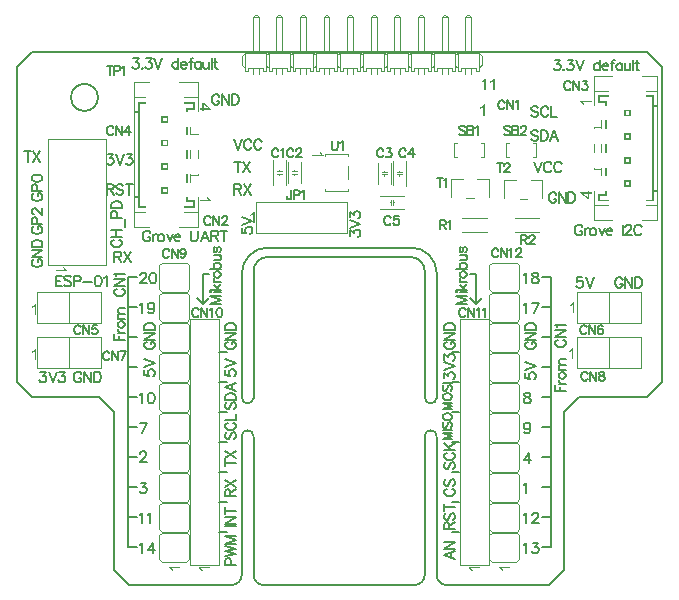
<source format=gto>
G04 Layer_Color=65535*
%FSLAX43Y43*%
%MOMM*%
G71*
G01*
G75*
%ADD20C,0.127*%
%ADD30C,0.120*%
%ADD31C,0.080*%
%ADD32C,0.100*%
G36*
X41775Y-43644D02*
X41024D01*
X41026Y-43646D01*
X41031Y-43651D01*
X41039Y-43660D01*
X41049Y-43674D01*
X41062Y-43689D01*
X41075Y-43709D01*
X41090Y-43731D01*
X41105Y-43756D01*
Y-43757D01*
X41107Y-43759D01*
X41110Y-43762D01*
X41112Y-43768D01*
X41116Y-43774D01*
X41119Y-43781D01*
X41128Y-43798D01*
X41138Y-43816D01*
X41148Y-43837D01*
X41157Y-43859D01*
X41166Y-43880D01*
X41052D01*
X41051Y-43879D01*
X41050Y-43876D01*
X41047Y-43871D01*
X41044Y-43863D01*
X41040Y-43855D01*
X41034Y-43845D01*
X41027Y-43833D01*
X41021Y-43822D01*
X41004Y-43795D01*
X40985Y-43765D01*
X40964Y-43735D01*
X40940Y-43707D01*
X40939Y-43706D01*
X40937Y-43704D01*
X40934Y-43700D01*
X40928Y-43695D01*
X40922Y-43689D01*
X40916Y-43682D01*
X40898Y-43667D01*
X40879Y-43649D01*
X40858Y-43631D01*
X40835Y-43615D01*
X40811Y-43602D01*
Y-43526D01*
X41775D01*
Y-43644D01*
D02*
G37*
G36*
X16189Y-12246D02*
X16190Y-12249D01*
X16193Y-12254D01*
X16196Y-12262D01*
X16200Y-12270D01*
X16206Y-12280D01*
X16213Y-12292D01*
X16219Y-12303D01*
X16236Y-12330D01*
X16255Y-12360D01*
X16276Y-12390D01*
X16300Y-12418D01*
X16301Y-12419D01*
X16303Y-12421D01*
X16306Y-12425D01*
X16312Y-12430D01*
X16318Y-12436D01*
X16324Y-12443D01*
X16342Y-12458D01*
X16361Y-12476D01*
X16382Y-12494D01*
X16405Y-12510D01*
X16429Y-12523D01*
Y-12599D01*
X15465D01*
Y-12481D01*
X16216D01*
X16214Y-12479D01*
X16209Y-12474D01*
X16201Y-12465D01*
X16191Y-12451D01*
X16178Y-12436D01*
X16165Y-12416D01*
X16150Y-12394D01*
X16135Y-12369D01*
Y-12368D01*
X16133Y-12366D01*
X16130Y-12363D01*
X16128Y-12357D01*
X16124Y-12351D01*
X16121Y-12344D01*
X16112Y-12327D01*
X16102Y-12309D01*
X16092Y-12288D01*
X16083Y-12266D01*
X16074Y-12245D01*
X16188D01*
X16189Y-12246D01*
D02*
G37*
G36*
X39699Y-3175D02*
X39581D01*
Y-2424D01*
X39579Y-2426D01*
X39574Y-2431D01*
X39564Y-2439D01*
X39551Y-2449D01*
X39535Y-2462D01*
X39515Y-2475D01*
X39494Y-2490D01*
X39469Y-2505D01*
X39467D01*
X39465Y-2507D01*
X39462Y-2510D01*
X39457Y-2512D01*
X39451Y-2516D01*
X39444Y-2519D01*
X39427Y-2528D01*
X39408Y-2538D01*
X39387Y-2548D01*
X39365Y-2557D01*
X39345Y-2566D01*
Y-2452D01*
X39346Y-2451D01*
X39349Y-2450D01*
X39354Y-2447D01*
X39361Y-2444D01*
X39370Y-2440D01*
X39380Y-2434D01*
X39391Y-2427D01*
X39403Y-2421D01*
X39430Y-2404D01*
X39459Y-2385D01*
X39489Y-2364D01*
X39517Y-2340D01*
X39519Y-2339D01*
X39521Y-2337D01*
X39525Y-2334D01*
X39530Y-2328D01*
X39535Y-2322D01*
X39542Y-2316D01*
X39558Y-2298D01*
X39576Y-2279D01*
X39593Y-2258D01*
X39609Y-2235D01*
X39623Y-2211D01*
X39699D01*
Y-3175D01*
D02*
G37*
G36*
X13835Y-43644D02*
X13084D01*
X13086Y-43646D01*
X13091Y-43651D01*
X13099Y-43660D01*
X13109Y-43674D01*
X13122Y-43689D01*
X13135Y-43709D01*
X13150Y-43731D01*
X13165Y-43756D01*
Y-43757D01*
X13167Y-43759D01*
X13170Y-43762D01*
X13172Y-43768D01*
X13176Y-43774D01*
X13179Y-43781D01*
X13188Y-43798D01*
X13198Y-43816D01*
X13208Y-43837D01*
X13217Y-43859D01*
X13226Y-43880D01*
X13112D01*
X13111Y-43879D01*
X13110Y-43876D01*
X13107Y-43871D01*
X13104Y-43863D01*
X13100Y-43855D01*
X13094Y-43845D01*
X13087Y-43833D01*
X13081Y-43822D01*
X13064Y-43795D01*
X13045Y-43765D01*
X13024Y-43735D01*
X13000Y-43707D01*
X12999Y-43706D01*
X12997Y-43704D01*
X12994Y-43700D01*
X12988Y-43695D01*
X12982Y-43689D01*
X12976Y-43682D01*
X12958Y-43667D01*
X12939Y-43649D01*
X12918Y-43631D01*
X12895Y-43615D01*
X12871Y-43602D01*
Y-43526D01*
X13835D01*
Y-43644D01*
D02*
G37*
G36*
X16426Y-4759D02*
Y-4856D01*
X15803D01*
Y-4986D01*
X15695D01*
Y-4856D01*
X15465D01*
Y-4739D01*
X15695D01*
Y-4320D01*
X15803D01*
X16426Y-4759D01*
D02*
G37*
G36*
X16350Y-43684D02*
X15599D01*
X15601Y-43686D01*
X15606Y-43691D01*
X15614Y-43700D01*
X15624Y-43714D01*
X15637Y-43729D01*
X15650Y-43749D01*
X15665Y-43771D01*
X15680Y-43796D01*
Y-43797D01*
X15682Y-43799D01*
X15685Y-43802D01*
X15687Y-43808D01*
X15691Y-43814D01*
X15694Y-43821D01*
X15703Y-43838D01*
X15713Y-43856D01*
X15723Y-43877D01*
X15732Y-43899D01*
X15741Y-43920D01*
X15627D01*
X15626Y-43919D01*
X15625Y-43916D01*
X15622Y-43911D01*
X15619Y-43903D01*
X15615Y-43895D01*
X15609Y-43885D01*
X15602Y-43873D01*
X15596Y-43862D01*
X15579Y-43835D01*
X15560Y-43805D01*
X15539Y-43775D01*
X15515Y-43747D01*
X15514Y-43746D01*
X15512Y-43744D01*
X15509Y-43740D01*
X15503Y-43735D01*
X15497Y-43729D01*
X15491Y-43722D01*
X15473Y-43707D01*
X15454Y-43689D01*
X15433Y-43671D01*
X15410Y-43655D01*
X15386Y-43642D01*
Y-43566D01*
X16350D01*
Y-43684D01*
D02*
G37*
G36*
X39210D02*
X38459D01*
X38461Y-43686D01*
X38466Y-43691D01*
X38474Y-43700D01*
X38484Y-43714D01*
X38497Y-43729D01*
X38510Y-43749D01*
X38525Y-43771D01*
X38540Y-43796D01*
Y-43797D01*
X38542Y-43799D01*
X38545Y-43802D01*
X38547Y-43808D01*
X38551Y-43814D01*
X38554Y-43821D01*
X38563Y-43838D01*
X38573Y-43856D01*
X38583Y-43877D01*
X38592Y-43899D01*
X38601Y-43920D01*
X38487D01*
X38486Y-43919D01*
X38485Y-43916D01*
X38482Y-43911D01*
X38479Y-43903D01*
X38475Y-43895D01*
X38469Y-43885D01*
X38462Y-43873D01*
X38456Y-43862D01*
X38439Y-43835D01*
X38420Y-43805D01*
X38399Y-43775D01*
X38375Y-43747D01*
X38374Y-43746D01*
X38372Y-43744D01*
X38369Y-43740D01*
X38363Y-43735D01*
X38357Y-43729D01*
X38351Y-43722D01*
X38333Y-43707D01*
X38314Y-43689D01*
X38293Y-43671D01*
X38270Y-43655D01*
X38246Y-43642D01*
Y-43566D01*
X39210D01*
Y-43684D01*
D02*
G37*
G36*
X48670Y-4219D02*
X47919D01*
X47921Y-4221D01*
X47926Y-4226D01*
X47934Y-4235D01*
X47944Y-4249D01*
X47957Y-4264D01*
X47970Y-4284D01*
X47985Y-4306D01*
X48000Y-4331D01*
Y-4332D01*
X48002Y-4334D01*
X48005Y-4337D01*
X48007Y-4343D01*
X48011Y-4349D01*
X48014Y-4356D01*
X48023Y-4373D01*
X48033Y-4391D01*
X48043Y-4412D01*
X48052Y-4434D01*
X48061Y-4455D01*
X47947D01*
X47946Y-4454D01*
X47945Y-4451D01*
X47942Y-4446D01*
X47939Y-4438D01*
X47935Y-4430D01*
X47929Y-4420D01*
X47922Y-4408D01*
X47916Y-4397D01*
X47899Y-4370D01*
X47880Y-4340D01*
X47859Y-4310D01*
X47835Y-4282D01*
X47834Y-4281D01*
X47832Y-4279D01*
X47829Y-4275D01*
X47823Y-4270D01*
X47817Y-4264D01*
X47811Y-4257D01*
X47793Y-4242D01*
X47774Y-4224D01*
X47753Y-4206D01*
X47730Y-4190D01*
X47706Y-4177D01*
Y-4101D01*
X48670D01*
Y-4219D01*
D02*
G37*
G36*
X48440Y-11844D02*
X48670D01*
Y-11961D01*
X48440D01*
Y-12380D01*
X48332D01*
X47709Y-11941D01*
Y-11844D01*
X48332D01*
Y-11714D01*
X48440D01*
Y-11844D01*
D02*
G37*
G36*
X1624Y-22225D02*
X1506D01*
Y-21474D01*
X1504Y-21476D01*
X1499Y-21481D01*
X1490Y-21489D01*
X1476Y-21499D01*
X1461Y-21512D01*
X1441Y-21525D01*
X1419Y-21540D01*
X1394Y-21555D01*
X1393D01*
X1391Y-21557D01*
X1388Y-21560D01*
X1382Y-21562D01*
X1376Y-21566D01*
X1369Y-21569D01*
X1352Y-21578D01*
X1334Y-21588D01*
X1313Y-21598D01*
X1291Y-21607D01*
X1270Y-21616D01*
Y-21502D01*
X1271Y-21501D01*
X1274Y-21500D01*
X1279Y-21497D01*
X1287Y-21494D01*
X1295Y-21490D01*
X1305Y-21484D01*
X1317Y-21477D01*
X1328Y-21471D01*
X1355Y-21454D01*
X1385Y-21435D01*
X1415Y-21414D01*
X1443Y-21390D01*
X1444Y-21389D01*
X1446Y-21387D01*
X1450Y-21384D01*
X1455Y-21378D01*
X1461Y-21372D01*
X1468Y-21366D01*
X1483Y-21348D01*
X1501Y-21329D01*
X1519Y-21308D01*
X1535Y-21285D01*
X1548Y-21261D01*
X1624D01*
Y-22225D01*
D02*
G37*
G36*
X47192Y-22098D02*
X47074D01*
Y-21347D01*
X47072Y-21349D01*
X47067Y-21354D01*
X47057Y-21362D01*
X47044Y-21372D01*
X47028Y-21385D01*
X47008Y-21398D01*
X46987Y-21413D01*
X46962Y-21428D01*
X46960D01*
X46958Y-21430D01*
X46955Y-21433D01*
X46950Y-21435D01*
X46944Y-21439D01*
X46937Y-21442D01*
X46920Y-21451D01*
X46901Y-21461D01*
X46880Y-21471D01*
X46858Y-21480D01*
X46838Y-21489D01*
Y-21375D01*
X46839Y-21374D01*
X46842Y-21373D01*
X46847Y-21370D01*
X46854Y-21367D01*
X46863Y-21363D01*
X46873Y-21357D01*
X46884Y-21350D01*
X46896Y-21344D01*
X46923Y-21327D01*
X46952Y-21308D01*
X46982Y-21287D01*
X47010Y-21263D01*
X47012Y-21262D01*
X47014Y-21260D01*
X47018Y-21257D01*
X47023Y-21251D01*
X47028Y-21245D01*
X47035Y-21239D01*
X47051Y-21221D01*
X47069Y-21202D01*
X47086Y-21181D01*
X47102Y-21158D01*
X47116Y-21134D01*
X47192D01*
Y-22098D01*
D02*
G37*
G36*
X20129Y-14445D02*
X20011D01*
Y-13694D01*
X20009Y-13696D01*
X20004Y-13701D01*
X19995Y-13709D01*
X19981Y-13719D01*
X19966Y-13732D01*
X19946Y-13745D01*
X19924Y-13760D01*
X19899Y-13775D01*
X19898D01*
X19896Y-13777D01*
X19893Y-13780D01*
X19887Y-13782D01*
X19881Y-13786D01*
X19874Y-13789D01*
X19857Y-13798D01*
X19839Y-13808D01*
X19818Y-13818D01*
X19796Y-13827D01*
X19775Y-13836D01*
Y-13722D01*
X19776Y-13721D01*
X19779Y-13720D01*
X19784Y-13717D01*
X19792Y-13714D01*
X19800Y-13710D01*
X19810Y-13704D01*
X19822Y-13697D01*
X19833Y-13691D01*
X19860Y-13674D01*
X19890Y-13655D01*
X19920Y-13634D01*
X19948Y-13610D01*
X19949Y-13609D01*
X19951Y-13607D01*
X19955Y-13604D01*
X19960Y-13598D01*
X19966Y-13592D01*
X19973Y-13586D01*
X19988Y-13568D01*
X20006Y-13549D01*
X20024Y-13528D01*
X20040Y-13505D01*
X20053Y-13481D01*
X20129D01*
Y-14445D01*
D02*
G37*
G36*
X4009Y-18186D02*
X4010Y-18189D01*
X4013Y-18194D01*
X4016Y-18202D01*
X4020Y-18210D01*
X4026Y-18220D01*
X4033Y-18232D01*
X4039Y-18243D01*
X4056Y-18270D01*
X4075Y-18300D01*
X4096Y-18330D01*
X4120Y-18358D01*
X4121Y-18359D01*
X4123Y-18361D01*
X4126Y-18365D01*
X4132Y-18370D01*
X4138Y-18376D01*
X4144Y-18383D01*
X4162Y-18398D01*
X4181Y-18416D01*
X4202Y-18434D01*
X4225Y-18450D01*
X4249Y-18463D01*
Y-18539D01*
X3285D01*
Y-18421D01*
X4036D01*
X4034Y-18419D01*
X4029Y-18414D01*
X4021Y-18405D01*
X4011Y-18391D01*
X3998Y-18376D01*
X3985Y-18356D01*
X3970Y-18334D01*
X3955Y-18309D01*
Y-18308D01*
X3953Y-18306D01*
X3950Y-18303D01*
X3948Y-18297D01*
X3944Y-18291D01*
X3941Y-18284D01*
X3932Y-18267D01*
X3922Y-18249D01*
X3912Y-18228D01*
X3903Y-18206D01*
X3894Y-18185D01*
X4008D01*
X4009Y-18186D01*
D02*
G37*
G36*
X25729Y-8436D02*
X25730Y-8439D01*
X25733Y-8444D01*
X25736Y-8452D01*
X25740Y-8460D01*
X25746Y-8470D01*
X25753Y-8482D01*
X25759Y-8493D01*
X25776Y-8520D01*
X25795Y-8550D01*
X25816Y-8580D01*
X25840Y-8608D01*
X25841Y-8609D01*
X25843Y-8611D01*
X25846Y-8615D01*
X25852Y-8620D01*
X25858Y-8626D01*
X25864Y-8633D01*
X25882Y-8648D01*
X25901Y-8666D01*
X25922Y-8684D01*
X25945Y-8700D01*
X25969Y-8713D01*
Y-8789D01*
X25005D01*
Y-8671D01*
X25756D01*
X25754Y-8669D01*
X25749Y-8664D01*
X25741Y-8655D01*
X25731Y-8641D01*
X25718Y-8626D01*
X25705Y-8606D01*
X25690Y-8584D01*
X25675Y-8559D01*
Y-8558D01*
X25673Y-8556D01*
X25670Y-8553D01*
X25668Y-8547D01*
X25664Y-8541D01*
X25661Y-8534D01*
X25652Y-8517D01*
X25642Y-8499D01*
X25632Y-8478D01*
X25623Y-8456D01*
X25614Y-8435D01*
X25728D01*
X25729Y-8436D01*
D02*
G37*
G36*
X39597Y-5359D02*
X39479D01*
Y-4609D01*
X39477Y-4611D01*
X39472Y-4616D01*
X39463Y-4623D01*
X39449Y-4634D01*
X39434Y-4646D01*
X39414Y-4660D01*
X39392Y-4674D01*
X39367Y-4690D01*
X39366D01*
X39364Y-4692D01*
X39361Y-4694D01*
X39355Y-4696D01*
X39349Y-4700D01*
X39342Y-4703D01*
X39325Y-4713D01*
X39307Y-4722D01*
X39286Y-4732D01*
X39264Y-4742D01*
X39243Y-4750D01*
Y-4637D01*
X39244Y-4636D01*
X39247Y-4635D01*
X39252Y-4631D01*
X39260Y-4628D01*
X39268Y-4624D01*
X39278Y-4618D01*
X39290Y-4612D01*
X39301Y-4605D01*
X39328Y-4589D01*
X39358Y-4569D01*
X39388Y-4548D01*
X39416Y-4524D01*
X39417Y-4523D01*
X39419Y-4521D01*
X39423Y-4518D01*
X39428Y-4513D01*
X39434Y-4506D01*
X39441Y-4500D01*
X39456Y-4483D01*
X39474Y-4464D01*
X39492Y-4442D01*
X39508Y-4419D01*
X39521Y-4395D01*
X39597D01*
Y-5359D01*
D02*
G37*
G36*
X47115Y-25984D02*
X46998D01*
Y-25233D01*
X46996Y-25235D01*
X46991Y-25241D01*
X46981Y-25248D01*
X46968Y-25258D01*
X46952Y-25271D01*
X46932Y-25284D01*
X46910Y-25299D01*
X46885Y-25315D01*
X46884D01*
X46882Y-25317D01*
X46879Y-25319D01*
X46874Y-25321D01*
X46868Y-25325D01*
X46860Y-25328D01*
X46844Y-25337D01*
X46825Y-25347D01*
X46804Y-25357D01*
X46782Y-25367D01*
X46761Y-25375D01*
Y-25261D01*
X46762Y-25260D01*
X46766Y-25259D01*
X46771Y-25256D01*
X46778Y-25253D01*
X46786Y-25249D01*
X46797Y-25243D01*
X46808Y-25236D01*
X46820Y-25230D01*
X46847Y-25214D01*
X46876Y-25194D01*
X46906Y-25173D01*
X46934Y-25149D01*
X46935Y-25148D01*
X46937Y-25146D01*
X46942Y-25143D01*
X46947Y-25138D01*
X46952Y-25131D01*
X46959Y-25125D01*
X46975Y-25107D01*
X46993Y-25089D01*
X47010Y-25067D01*
X47026Y-25044D01*
X47039Y-25020D01*
X47115D01*
Y-25984D01*
D02*
G37*
G36*
X40445Y-3175D02*
X40328D01*
Y-2424D01*
X40326Y-2426D01*
X40320Y-2431D01*
X40311Y-2439D01*
X40297Y-2449D01*
X40282Y-2462D01*
X40262Y-2475D01*
X40240Y-2490D01*
X40215Y-2505D01*
X40214D01*
X40212Y-2507D01*
X40209Y-2510D01*
X40204Y-2512D01*
X40198Y-2516D01*
X40190Y-2519D01*
X40174Y-2528D01*
X40155Y-2538D01*
X40134Y-2548D01*
X40112Y-2557D01*
X40091Y-2566D01*
Y-2452D01*
X40092Y-2451D01*
X40095Y-2450D01*
X40101Y-2447D01*
X40108Y-2444D01*
X40116Y-2440D01*
X40127Y-2434D01*
X40138Y-2427D01*
X40150Y-2421D01*
X40177Y-2404D01*
X40206Y-2385D01*
X40236Y-2364D01*
X40264Y-2340D01*
X40265Y-2339D01*
X40267Y-2337D01*
X40271Y-2334D01*
X40277Y-2328D01*
X40282Y-2322D01*
X40289Y-2316D01*
X40305Y-2298D01*
X40322Y-2279D01*
X40340Y-2258D01*
X40356Y-2235D01*
X40369Y-2211D01*
X40445D01*
Y-3175D01*
D02*
G37*
G36*
X1624Y-26035D02*
X1506D01*
Y-25284D01*
X1504Y-25286D01*
X1499Y-25291D01*
X1490Y-25299D01*
X1476Y-25309D01*
X1461Y-25322D01*
X1441Y-25335D01*
X1419Y-25350D01*
X1394Y-25365D01*
X1393D01*
X1391Y-25367D01*
X1388Y-25370D01*
X1382Y-25372D01*
X1376Y-25376D01*
X1369Y-25379D01*
X1352Y-25388D01*
X1334Y-25398D01*
X1313Y-25408D01*
X1291Y-25417D01*
X1270Y-25426D01*
Y-25312D01*
X1271Y-25311D01*
X1274Y-25310D01*
X1279Y-25307D01*
X1287Y-25304D01*
X1295Y-25300D01*
X1305Y-25294D01*
X1317Y-25287D01*
X1328Y-25281D01*
X1355Y-25264D01*
X1385Y-25245D01*
X1415Y-25224D01*
X1443Y-25200D01*
X1444Y-25199D01*
X1446Y-25197D01*
X1450Y-25194D01*
X1455Y-25188D01*
X1461Y-25182D01*
X1468Y-25176D01*
X1483Y-25158D01*
X1501Y-25139D01*
X1519Y-25118D01*
X1535Y-25095D01*
X1548Y-25071D01*
X1624D01*
Y-26035D01*
D02*
G37*
%LPC*%
G36*
X15803Y-4436D02*
Y-4739D01*
X16237D01*
X15803Y-4436D01*
D02*
G37*
G36*
X48332Y-11961D02*
X47898D01*
X48332Y-12264D01*
Y-11961D01*
D02*
G37*
%LPD*%
D20*
X6858Y-3810D02*
G03*
X6858Y-3810I-1143J0D01*
G01*
X38354Y-18796D02*
X38862D01*
Y-21336D02*
Y-18796D01*
Y-21336D02*
X39370Y-20828D01*
X38354D02*
X38862Y-21336D01*
X15748D02*
X16256Y-20828D01*
X15240D02*
X15748Y-21336D01*
Y-18796D01*
X16256D01*
X44450Y-21590D02*
X45212D01*
X44450Y-31750D02*
X45212D01*
X44450Y-29210D02*
X45212D01*
X44450Y-24130D02*
X45212D01*
X44450Y-26670D02*
X45212D01*
X44450Y-36830D02*
X45212D01*
X44450Y-34290D02*
X45212D01*
X44450Y-39370D02*
X45212D01*
X44450Y-41910D02*
X45212D01*
X44450Y-19050D02*
X45212D01*
Y-41910D02*
Y-19050D01*
X9398Y-21590D02*
X10160D01*
X9398Y-31750D02*
X10160D01*
X9398Y-29210D02*
X10160D01*
X9398Y-24130D02*
X10160D01*
X9398Y-26670D02*
X10160D01*
X9398Y-36830D02*
X10160D01*
X9398Y-34290D02*
X10160D01*
X9398Y-39370D02*
X10160D01*
X9398Y-41910D02*
X10160D01*
X9398Y-19050D02*
X10160D01*
X9398Y-41910D02*
Y-19050D01*
X36830Y-38100D02*
X37465D01*
X36830Y-40640D02*
X37465D01*
X36830Y-35560D02*
X37465D01*
X36830Y-33020D02*
X37465D01*
X36830Y-27940D02*
X37465D01*
X36830Y-30480D02*
X37465D01*
X36830Y-25400D02*
X37465D01*
X17145D02*
X17780D01*
X17145Y-30480D02*
X17780D01*
X17145Y-27940D02*
X17780D01*
X17145Y-35560D02*
X17780D01*
X17145Y-33020D02*
X17780D01*
X17145Y-38100D02*
X17780D01*
X17145Y-40640D02*
X17780D01*
X41286Y-4246D02*
X41249Y-4173D01*
X41177Y-4100D01*
X41104Y-4064D01*
X40959D01*
X40887Y-4100D01*
X40814Y-4173D01*
X40778Y-4246D01*
X40742Y-4354D01*
Y-4536D01*
X40778Y-4645D01*
X40814Y-4717D01*
X40887Y-4790D01*
X40959Y-4826D01*
X41104D01*
X41177Y-4790D01*
X41249Y-4717D01*
X41286Y-4645D01*
X41500Y-4064D02*
Y-4826D01*
Y-4064D02*
X42008Y-4826D01*
Y-4064D02*
Y-4826D01*
X42218Y-4209D02*
X42291Y-4173D01*
X42400Y-4064D01*
Y-4826D01*
X26670Y-7493D02*
Y-8037D01*
X26706Y-8146D01*
X26779Y-8219D01*
X26888Y-8255D01*
X26960D01*
X27069Y-8219D01*
X27142Y-8146D01*
X27178Y-8037D01*
Y-7493D01*
X27388Y-7638D02*
X27461Y-7602D01*
X27570Y-7493D01*
Y-8255D01*
X31659Y-14025D02*
X31623Y-13952D01*
X31550Y-13879D01*
X31478Y-13843D01*
X31333D01*
X31260Y-13879D01*
X31188Y-13952D01*
X31151Y-14025D01*
X31115Y-14133D01*
Y-14315D01*
X31151Y-14424D01*
X31188Y-14496D01*
X31260Y-14569D01*
X31333Y-14605D01*
X31478D01*
X31550Y-14569D01*
X31623Y-14496D01*
X31659Y-14424D01*
X32309Y-13843D02*
X31946D01*
X31909Y-14170D01*
X31946Y-14133D01*
X32055Y-14097D01*
X32163D01*
X32272Y-14133D01*
X32345Y-14206D01*
X32381Y-14315D01*
Y-14387D01*
X32345Y-14496D01*
X32272Y-14569D01*
X32163Y-14605D01*
X32055D01*
X31946Y-14569D01*
X31909Y-14532D01*
X31873Y-14460D01*
X23404Y-8310D02*
X23368Y-8237D01*
X23295Y-8164D01*
X23223Y-8128D01*
X23078D01*
X23005Y-8164D01*
X22933Y-8237D01*
X22896Y-8310D01*
X22860Y-8418D01*
Y-8600D01*
X22896Y-8709D01*
X22933Y-8781D01*
X23005Y-8854D01*
X23078Y-8890D01*
X23223D01*
X23295Y-8854D01*
X23368Y-8781D01*
X23404Y-8709D01*
X23654Y-8310D02*
Y-8273D01*
X23691Y-8201D01*
X23727Y-8164D01*
X23800Y-8128D01*
X23945D01*
X24017Y-8164D01*
X24054Y-8201D01*
X24090Y-8273D01*
Y-8346D01*
X24054Y-8418D01*
X23981Y-8527D01*
X23618Y-8890D01*
X24126D01*
X31024Y-8310D02*
X30988Y-8237D01*
X30915Y-8164D01*
X30843Y-8128D01*
X30698D01*
X30625Y-8164D01*
X30553Y-8237D01*
X30516Y-8310D01*
X30480Y-8418D01*
Y-8600D01*
X30516Y-8709D01*
X30553Y-8781D01*
X30625Y-8854D01*
X30698Y-8890D01*
X30843D01*
X30915Y-8854D01*
X30988Y-8781D01*
X31024Y-8709D01*
X31311Y-8128D02*
X31710D01*
X31492Y-8418D01*
X31601D01*
X31674Y-8455D01*
X31710Y-8491D01*
X31746Y-8600D01*
Y-8672D01*
X31710Y-8781D01*
X31637Y-8854D01*
X31528Y-8890D01*
X31420D01*
X31311Y-8854D01*
X31274Y-8817D01*
X31238Y-8745D01*
X22134Y-8310D02*
X22098Y-8237D01*
X22025Y-8164D01*
X21953Y-8128D01*
X21808D01*
X21735Y-8164D01*
X21663Y-8237D01*
X21626Y-8310D01*
X21590Y-8418D01*
Y-8600D01*
X21626Y-8709D01*
X21663Y-8781D01*
X21735Y-8854D01*
X21808Y-8890D01*
X21953D01*
X22025Y-8854D01*
X22098Y-8781D01*
X22134Y-8709D01*
X22348Y-8273D02*
X22421Y-8237D01*
X22530Y-8128D01*
Y-8890D01*
X32929Y-8310D02*
X32893Y-8237D01*
X32820Y-8164D01*
X32748Y-8128D01*
X32603D01*
X32530Y-8164D01*
X32458Y-8237D01*
X32421Y-8310D01*
X32385Y-8418D01*
Y-8600D01*
X32421Y-8709D01*
X32458Y-8781D01*
X32530Y-8854D01*
X32603Y-8890D01*
X32748D01*
X32820Y-8854D01*
X32893Y-8781D01*
X32929Y-8709D01*
X33506Y-8128D02*
X33143Y-8636D01*
X33687D01*
X33506Y-8128D02*
Y-8890D01*
X46899Y-2595D02*
X46863Y-2522D01*
X46790Y-2449D01*
X46718Y-2413D01*
X46573D01*
X46500Y-2449D01*
X46428Y-2522D01*
X46391Y-2595D01*
X46355Y-2703D01*
Y-2885D01*
X46391Y-2994D01*
X46428Y-3066D01*
X46500Y-3139D01*
X46573Y-3175D01*
X46718D01*
X46790Y-3139D01*
X46863Y-3066D01*
X46899Y-2994D01*
X47113Y-2413D02*
Y-3175D01*
Y-2413D02*
X47621Y-3175D01*
Y-2413D02*
Y-3175D01*
X47904Y-2413D02*
X48303D01*
X48085Y-2703D01*
X48194D01*
X48267Y-2740D01*
X48303Y-2776D01*
X48339Y-2885D01*
Y-2957D01*
X48303Y-3066D01*
X48231Y-3139D01*
X48122Y-3175D01*
X48013D01*
X47904Y-3139D01*
X47868Y-3102D01*
X47832Y-3030D01*
X40752Y-16768D02*
X40716Y-16695D01*
X40644Y-16623D01*
X40571Y-16586D01*
X40426D01*
X40353Y-16623D01*
X40281Y-16695D01*
X40244Y-16768D01*
X40208Y-16877D01*
Y-17058D01*
X40244Y-17167D01*
X40281Y-17239D01*
X40353Y-17312D01*
X40426Y-17348D01*
X40571D01*
X40644Y-17312D01*
X40716Y-17239D01*
X40752Y-17167D01*
X40966Y-16586D02*
Y-17348D01*
Y-16586D02*
X41474Y-17348D01*
Y-16586D02*
Y-17348D01*
X41685Y-16731D02*
X41757Y-16695D01*
X41866Y-16586D01*
Y-17348D01*
X42280Y-16768D02*
Y-16731D01*
X42316Y-16659D01*
X42352Y-16623D01*
X42425Y-16586D01*
X42570D01*
X42642Y-16623D01*
X42679Y-16659D01*
X42715Y-16731D01*
Y-16804D01*
X42679Y-16877D01*
X42606Y-16985D01*
X42243Y-17348D01*
X42751D01*
X12889Y-16793D02*
X12852Y-16721D01*
X12780Y-16648D01*
X12707Y-16612D01*
X12562D01*
X12490Y-16648D01*
X12417Y-16721D01*
X12381Y-16793D01*
X12344Y-16902D01*
Y-17083D01*
X12381Y-17192D01*
X12417Y-17265D01*
X12490Y-17337D01*
X12562Y-17374D01*
X12707D01*
X12780Y-17337D01*
X12852Y-17265D01*
X12889Y-17192D01*
X13103Y-16612D02*
Y-17374D01*
Y-16612D02*
X13611Y-17374D01*
Y-16612D02*
Y-17374D01*
X14293Y-16866D02*
X14256Y-16975D01*
X14184Y-17047D01*
X14075Y-17083D01*
X14039D01*
X13930Y-17047D01*
X13857Y-16975D01*
X13821Y-16866D01*
Y-16829D01*
X13857Y-16721D01*
X13930Y-16648D01*
X14039Y-16612D01*
X14075D01*
X14184Y-16648D01*
X14256Y-16721D01*
X14293Y-16866D01*
Y-17047D01*
X14256Y-17228D01*
X14184Y-17337D01*
X14075Y-17374D01*
X14002D01*
X13893Y-17337D01*
X13857Y-17265D01*
X37984Y-21822D02*
X37947Y-21750D01*
X37875Y-21677D01*
X37802Y-21641D01*
X37657D01*
X37585Y-21677D01*
X37512Y-21750D01*
X37476Y-21822D01*
X37440Y-21931D01*
Y-22113D01*
X37476Y-22221D01*
X37512Y-22294D01*
X37585Y-22367D01*
X37657Y-22403D01*
X37802D01*
X37875Y-22367D01*
X37947Y-22294D01*
X37984Y-22221D01*
X38198Y-21641D02*
Y-22403D01*
Y-21641D02*
X38706Y-22403D01*
Y-21641D02*
Y-22403D01*
X38916Y-21786D02*
X38989Y-21750D01*
X39097Y-21641D01*
Y-22403D01*
X39475Y-21786D02*
X39547Y-21750D01*
X39656Y-21641D01*
Y-22403D01*
X15403Y-21822D02*
X15367Y-21750D01*
X15294Y-21677D01*
X15222Y-21641D01*
X15077D01*
X15004Y-21677D01*
X14932Y-21750D01*
X14895Y-21822D01*
X14859Y-21931D01*
Y-22113D01*
X14895Y-22221D01*
X14932Y-22294D01*
X15004Y-22367D01*
X15077Y-22403D01*
X15222D01*
X15294Y-22367D01*
X15367Y-22294D01*
X15403Y-22221D01*
X15617Y-21641D02*
Y-22403D01*
Y-21641D02*
X16125Y-22403D01*
Y-21641D02*
Y-22403D01*
X16336Y-21786D02*
X16408Y-21750D01*
X16517Y-21641D01*
Y-22403D01*
X17112Y-21641D02*
X17003Y-21677D01*
X16930Y-21786D01*
X16894Y-21967D01*
Y-22076D01*
X16930Y-22258D01*
X17003Y-22367D01*
X17112Y-22403D01*
X17184D01*
X17293Y-22367D01*
X17366Y-22258D01*
X17402Y-22076D01*
Y-21967D01*
X17366Y-21786D01*
X17293Y-21677D01*
X17184Y-21641D01*
X17112D01*
X23223Y-11684D02*
Y-12265D01*
X23187Y-12373D01*
X23150Y-12410D01*
X23078Y-12446D01*
X23005D01*
X22933Y-12410D01*
X22896Y-12373D01*
X22860Y-12265D01*
Y-12192D01*
X23419Y-12083D02*
X23745D01*
X23854Y-12047D01*
X23890Y-12011D01*
X23927Y-11938D01*
Y-11829D01*
X23890Y-11757D01*
X23854Y-11720D01*
X23745Y-11684D01*
X23419D01*
Y-12446D01*
X24097Y-11829D02*
X24170Y-11793D01*
X24278Y-11684D01*
Y-12446D01*
X35815Y-14224D02*
Y-14986D01*
Y-14224D02*
X36142D01*
X36251Y-14260D01*
X36287Y-14297D01*
X36323Y-14369D01*
Y-14442D01*
X36287Y-14514D01*
X36251Y-14551D01*
X36142Y-14587D01*
X35815D01*
X36069D02*
X36323Y-14986D01*
X36494Y-14369D02*
X36566Y-14333D01*
X36675Y-14224D01*
Y-14986D01*
X42672Y-15494D02*
Y-16256D01*
Y-15494D02*
X42999D01*
X43107Y-15530D01*
X43144Y-15567D01*
X43180Y-15639D01*
Y-15712D01*
X43144Y-15784D01*
X43107Y-15821D01*
X42999Y-15857D01*
X42672D01*
X42926D02*
X43180Y-16256D01*
X43387Y-15676D02*
Y-15639D01*
X43423Y-15567D01*
X43459Y-15530D01*
X43532Y-15494D01*
X43677D01*
X43749Y-15530D01*
X43786Y-15567D01*
X43822Y-15639D01*
Y-15712D01*
X43786Y-15784D01*
X43713Y-15893D01*
X43350Y-16256D01*
X43858D01*
X41783Y-6332D02*
X41710Y-6259D01*
X41602Y-6223D01*
X41456D01*
X41348Y-6259D01*
X41275Y-6332D01*
Y-6405D01*
X41311Y-6477D01*
X41348Y-6513D01*
X41420Y-6550D01*
X41638Y-6622D01*
X41710Y-6659D01*
X41747Y-6695D01*
X41783Y-6767D01*
Y-6876D01*
X41710Y-6949D01*
X41602Y-6985D01*
X41456D01*
X41348Y-6949D01*
X41275Y-6876D01*
X41953Y-6223D02*
Y-6985D01*
Y-6223D02*
X42280D01*
X42389Y-6259D01*
X42425Y-6296D01*
X42461Y-6368D01*
Y-6441D01*
X42425Y-6513D01*
X42389Y-6550D01*
X42280Y-6586D01*
X41953D02*
X42280D01*
X42389Y-6622D01*
X42425Y-6659D01*
X42461Y-6731D01*
Y-6840D01*
X42425Y-6912D01*
X42389Y-6949D01*
X42280Y-6985D01*
X41953D01*
X42668Y-6405D02*
Y-6368D01*
X42704Y-6296D01*
X42741Y-6259D01*
X42813Y-6223D01*
X42958D01*
X43031Y-6259D01*
X43067Y-6296D01*
X43103Y-6368D01*
Y-6441D01*
X43067Y-6513D01*
X42995Y-6622D01*
X42632Y-6985D01*
X43140D01*
X37973Y-6332D02*
X37900Y-6259D01*
X37792Y-6223D01*
X37646D01*
X37538Y-6259D01*
X37465Y-6332D01*
Y-6405D01*
X37501Y-6477D01*
X37538Y-6513D01*
X37610Y-6550D01*
X37828Y-6622D01*
X37900Y-6659D01*
X37937Y-6695D01*
X37973Y-6767D01*
Y-6876D01*
X37900Y-6949D01*
X37792Y-6985D01*
X37646D01*
X37538Y-6949D01*
X37465Y-6876D01*
X38143Y-6223D02*
Y-6985D01*
Y-6223D02*
X38470D01*
X38579Y-6259D01*
X38615Y-6296D01*
X38651Y-6368D01*
Y-6441D01*
X38615Y-6513D01*
X38579Y-6550D01*
X38470Y-6586D01*
X38143D02*
X38470D01*
X38579Y-6622D01*
X38615Y-6659D01*
X38651Y-6731D01*
Y-6840D01*
X38615Y-6912D01*
X38579Y-6949D01*
X38470Y-6985D01*
X38143D01*
X38822Y-6368D02*
X38894Y-6332D01*
X39003Y-6223D01*
Y-6985D01*
X40894Y-9398D02*
Y-10160D01*
X40640Y-9398D02*
X41148D01*
X41275Y-9580D02*
Y-9543D01*
X41311Y-9471D01*
X41347Y-9434D01*
X41420Y-9398D01*
X41565D01*
X41638Y-9434D01*
X41674Y-9471D01*
X41710Y-9543D01*
Y-9616D01*
X41674Y-9688D01*
X41601Y-9797D01*
X41239Y-10160D01*
X41746D01*
X35814Y-10668D02*
Y-11430D01*
X35560Y-10668D02*
X36068D01*
X36159Y-10813D02*
X36231Y-10777D01*
X36340Y-10668D01*
Y-11430D01*
X16419Y-14025D02*
X16383Y-13952D01*
X16310Y-13879D01*
X16238Y-13843D01*
X16093D01*
X16020Y-13879D01*
X15948Y-13952D01*
X15911Y-14025D01*
X15875Y-14133D01*
Y-14315D01*
X15911Y-14424D01*
X15948Y-14496D01*
X16020Y-14569D01*
X16093Y-14605D01*
X16238D01*
X16310Y-14569D01*
X16383Y-14496D01*
X16419Y-14424D01*
X16633Y-13843D02*
Y-14605D01*
Y-13843D02*
X17141Y-14605D01*
Y-13843D02*
Y-14605D01*
X17388Y-14025D02*
Y-13988D01*
X17424Y-13916D01*
X17460Y-13879D01*
X17533Y-13843D01*
X17678D01*
X17751Y-13879D01*
X17787Y-13916D01*
X17823Y-13988D01*
Y-14061D01*
X17787Y-14133D01*
X17714Y-14242D01*
X17352Y-14605D01*
X17859D01*
X8164Y-6405D02*
X8128Y-6332D01*
X8055Y-6259D01*
X7983Y-6223D01*
X7838D01*
X7765Y-6259D01*
X7693Y-6332D01*
X7656Y-6405D01*
X7620Y-6513D01*
Y-6695D01*
X7656Y-6804D01*
X7693Y-6876D01*
X7765Y-6949D01*
X7838Y-6985D01*
X7983D01*
X8055Y-6949D01*
X8128Y-6876D01*
X8164Y-6804D01*
X8378Y-6223D02*
Y-6985D01*
Y-6223D02*
X8886Y-6985D01*
Y-6223D02*
Y-6985D01*
X9459Y-6223D02*
X9097Y-6731D01*
X9641D01*
X9459Y-6223D02*
Y-6985D01*
X5396Y-23270D02*
X5359Y-23198D01*
X5287Y-23125D01*
X5214Y-23089D01*
X5069D01*
X4997Y-23125D01*
X4924Y-23198D01*
X4888Y-23270D01*
X4851Y-23379D01*
Y-23560D01*
X4888Y-23669D01*
X4924Y-23742D01*
X4997Y-23814D01*
X5069Y-23851D01*
X5214D01*
X5287Y-23814D01*
X5359Y-23742D01*
X5396Y-23669D01*
X5610Y-23089D02*
Y-23851D01*
Y-23089D02*
X6117Y-23851D01*
Y-23089D02*
Y-23851D01*
X6763Y-23089D02*
X6400D01*
X6364Y-23415D01*
X6400Y-23379D01*
X6509Y-23343D01*
X6618D01*
X6727Y-23379D01*
X6800Y-23452D01*
X6836Y-23560D01*
Y-23633D01*
X6800Y-23742D01*
X6727Y-23814D01*
X6618Y-23851D01*
X6509D01*
X6400Y-23814D01*
X6364Y-23778D01*
X6328Y-23705D01*
X48245Y-23270D02*
X48209Y-23198D01*
X48137Y-23125D01*
X48064Y-23089D01*
X47919D01*
X47846Y-23125D01*
X47774Y-23198D01*
X47737Y-23270D01*
X47701Y-23379D01*
Y-23560D01*
X47737Y-23669D01*
X47774Y-23742D01*
X47846Y-23814D01*
X47919Y-23851D01*
X48064D01*
X48137Y-23814D01*
X48209Y-23742D01*
X48245Y-23669D01*
X48459Y-23089D02*
Y-23851D01*
Y-23089D02*
X48967Y-23851D01*
Y-23089D02*
Y-23851D01*
X49613Y-23198D02*
X49577Y-23125D01*
X49468Y-23089D01*
X49395D01*
X49287Y-23125D01*
X49214Y-23234D01*
X49178Y-23415D01*
Y-23597D01*
X49214Y-23742D01*
X49287Y-23814D01*
X49395Y-23851D01*
X49432D01*
X49540Y-23814D01*
X49613Y-23742D01*
X49649Y-23633D01*
Y-23597D01*
X49613Y-23488D01*
X49540Y-23415D01*
X49432Y-23379D01*
X49395D01*
X49287Y-23415D01*
X49214Y-23488D01*
X49178Y-23597D01*
X7874Y-1143D02*
Y-1905D01*
X7620Y-1143D02*
X8128D01*
X8219Y-1542D02*
X8545D01*
X8654Y-1506D01*
X8690Y-1470D01*
X8726Y-1397D01*
Y-1288D01*
X8690Y-1216D01*
X8654Y-1179D01*
X8545Y-1143D01*
X8219D01*
Y-1905D01*
X8897Y-1288D02*
X8970Y-1252D01*
X9078Y-1143D01*
Y-1905D01*
X7834Y-25480D02*
X7798Y-25407D01*
X7725Y-25335D01*
X7653Y-25299D01*
X7507D01*
X7435Y-25335D01*
X7362Y-25407D01*
X7326Y-25480D01*
X7290Y-25589D01*
Y-25770D01*
X7326Y-25879D01*
X7362Y-25952D01*
X7435Y-26024D01*
X7507Y-26060D01*
X7653D01*
X7725Y-26024D01*
X7798Y-25952D01*
X7834Y-25879D01*
X8048Y-25299D02*
Y-26060D01*
Y-25299D02*
X8556Y-26060D01*
Y-25299D02*
Y-26060D01*
X9274Y-25299D02*
X8911Y-26060D01*
X8766Y-25299D02*
X9274D01*
X48322Y-27207D02*
X48285Y-27135D01*
X48213Y-27062D01*
X48140Y-27026D01*
X47995D01*
X47923Y-27062D01*
X47850Y-27135D01*
X47814Y-27207D01*
X47777Y-27316D01*
Y-27497D01*
X47814Y-27606D01*
X47850Y-27679D01*
X47923Y-27751D01*
X47995Y-27788D01*
X48140D01*
X48213Y-27751D01*
X48285Y-27679D01*
X48322Y-27606D01*
X48536Y-27026D02*
Y-27788D01*
Y-27026D02*
X49043Y-27788D01*
Y-27026D02*
Y-27788D01*
X49435Y-27026D02*
X49326Y-27062D01*
X49290Y-27135D01*
Y-27207D01*
X49326Y-27280D01*
X49399Y-27316D01*
X49544Y-27352D01*
X49653Y-27389D01*
X49726Y-27461D01*
X49762Y-27534D01*
Y-27642D01*
X49726Y-27715D01*
X49689Y-27751D01*
X49580Y-27788D01*
X49435D01*
X49326Y-27751D01*
X49290Y-27715D01*
X49254Y-27642D01*
Y-27534D01*
X49290Y-27461D01*
X49363Y-27389D01*
X49472Y-27352D01*
X49617Y-27316D01*
X49689Y-27280D01*
X49726Y-27207D01*
Y-27135D01*
X49689Y-27062D01*
X49580Y-27026D01*
X49435D01*
X43265Y-24511D02*
X43180Y-24553D01*
X43096Y-24638D01*
X43053Y-24723D01*
Y-24892D01*
X43096Y-24977D01*
X43180Y-25061D01*
X43265Y-25104D01*
X43392Y-25146D01*
X43603D01*
X43730Y-25104D01*
X43815Y-25061D01*
X43900Y-24977D01*
X43942Y-24892D01*
Y-24723D01*
X43900Y-24638D01*
X43815Y-24553D01*
X43730Y-24511D01*
X43603D01*
Y-24723D02*
Y-24511D01*
X43053Y-24308D02*
X43942D01*
X43053D02*
X43942Y-23715D01*
X43053D02*
X43942D01*
X43053Y-23470D02*
X43942D01*
X43053D02*
Y-23174D01*
X43096Y-23047D01*
X43180Y-22962D01*
X43265Y-22920D01*
X43392Y-22877D01*
X43603D01*
X43730Y-22920D01*
X43815Y-22962D01*
X43900Y-23047D01*
X43942Y-23174D01*
Y-23470D01*
X43053Y-27178D02*
Y-27601D01*
X43434Y-27644D01*
X43392Y-27601D01*
X43349Y-27474D01*
Y-27347D01*
X43392Y-27220D01*
X43476Y-27136D01*
X43603Y-27093D01*
X43688D01*
X43815Y-27136D01*
X43900Y-27220D01*
X43942Y-27347D01*
Y-27474D01*
X43900Y-27601D01*
X43857Y-27644D01*
X43773Y-27686D01*
X43053Y-26895D02*
X43942Y-26556D01*
X43053Y-26217D02*
X43942Y-26556D01*
X11007Y-24511D02*
X10922Y-24553D01*
X10838Y-24638D01*
X10795Y-24723D01*
Y-24892D01*
X10838Y-24977D01*
X10922Y-25061D01*
X11007Y-25104D01*
X11134Y-25146D01*
X11345D01*
X11472Y-25104D01*
X11557Y-25061D01*
X11642Y-24977D01*
X11684Y-24892D01*
Y-24723D01*
X11642Y-24638D01*
X11557Y-24553D01*
X11472Y-24511D01*
X11345D01*
Y-24723D02*
Y-24511D01*
X10795Y-24308D02*
X11684D01*
X10795D02*
X11684Y-23715D01*
X10795D02*
X11684D01*
X10795Y-23470D02*
X11684D01*
X10795D02*
Y-23174D01*
X10838Y-23047D01*
X10922Y-22962D01*
X11007Y-22920D01*
X11134Y-22877D01*
X11345D01*
X11472Y-22920D01*
X11557Y-22962D01*
X11642Y-23047D01*
X11684Y-23174D01*
Y-23470D01*
X10795Y-26924D02*
Y-27347D01*
X11176Y-27390D01*
X11134Y-27347D01*
X11091Y-27220D01*
Y-27093D01*
X11134Y-26966D01*
X11218Y-26882D01*
X11345Y-26839D01*
X11430D01*
X11557Y-26882D01*
X11642Y-26966D01*
X11684Y-27093D01*
Y-27220D01*
X11642Y-27347D01*
X11599Y-27390D01*
X11515Y-27432D01*
X10795Y-26641D02*
X11684Y-26302D01*
X10795Y-25963D02*
X11684Y-26302D01*
X45593Y-28702D02*
X46482D01*
X45593D02*
Y-28152D01*
X46016Y-28702D02*
Y-28363D01*
X45889Y-28050D02*
X46482D01*
X46143D02*
X46016Y-28008D01*
X45932Y-27923D01*
X45889Y-27839D01*
Y-27712D01*
Y-27420D02*
X45932Y-27504D01*
X46016Y-27589D01*
X46143Y-27631D01*
X46228D01*
X46355Y-27589D01*
X46440Y-27504D01*
X46482Y-27420D01*
Y-27293D01*
X46440Y-27208D01*
X46355Y-27123D01*
X46228Y-27081D01*
X46143D01*
X46016Y-27123D01*
X45932Y-27208D01*
X45889Y-27293D01*
Y-27420D01*
Y-26886D02*
X46482D01*
X46059D02*
X45932Y-26759D01*
X45889Y-26675D01*
Y-26548D01*
X45932Y-26463D01*
X46059Y-26421D01*
X46482D01*
X46059D02*
X45932Y-26294D01*
X45889Y-26209D01*
Y-26082D01*
X45932Y-25997D01*
X46059Y-25955D01*
X46482D01*
X45805Y-24343D02*
X45720Y-24385D01*
X45636Y-24470D01*
X45593Y-24554D01*
Y-24724D01*
X45636Y-24808D01*
X45720Y-24893D01*
X45805Y-24935D01*
X45932Y-24977D01*
X46143D01*
X46270Y-24935D01*
X46355Y-24893D01*
X46440Y-24808D01*
X46482Y-24724D01*
Y-24554D01*
X46440Y-24470D01*
X46355Y-24385D01*
X46270Y-24343D01*
X45593Y-24093D02*
X46482D01*
X45593D02*
X46482Y-23500D01*
X45593D02*
X46482D01*
X45762Y-23255D02*
X45720Y-23170D01*
X45593Y-23043D01*
X46482D01*
X42926Y-41698D02*
X43011Y-41656D01*
X43138Y-41529D01*
Y-42418D01*
X43662Y-41529D02*
X44128D01*
X43874Y-41868D01*
X44001D01*
X44086Y-41910D01*
X44128Y-41952D01*
X44170Y-42079D01*
Y-42164D01*
X44128Y-42291D01*
X44043Y-42376D01*
X43916Y-42418D01*
X43789D01*
X43662Y-42376D01*
X43620Y-42333D01*
X43578Y-42249D01*
X42926Y-39158D02*
X43011Y-39116D01*
X43138Y-38989D01*
Y-39878D01*
X43620Y-39201D02*
Y-39158D01*
X43662Y-39074D01*
X43705Y-39032D01*
X43789Y-38989D01*
X43959D01*
X44043Y-39032D01*
X44086Y-39074D01*
X44128Y-39158D01*
Y-39243D01*
X44086Y-39328D01*
X44001Y-39455D01*
X43578Y-39878D01*
X44170D01*
X42926Y-36618D02*
X43011Y-36576D01*
X43138Y-36449D01*
Y-37338D01*
Y-28829D02*
X43011Y-28872D01*
X42968Y-28956D01*
Y-29041D01*
X43011Y-29125D01*
X43095Y-29168D01*
X43265Y-29210D01*
X43392Y-29252D01*
X43476Y-29337D01*
X43519Y-29422D01*
Y-29549D01*
X43476Y-29633D01*
X43434Y-29676D01*
X43307Y-29718D01*
X43138D01*
X43011Y-29676D01*
X42968Y-29633D01*
X42926Y-29549D01*
Y-29422D01*
X42968Y-29337D01*
X43053Y-29252D01*
X43180Y-29210D01*
X43349Y-29168D01*
X43434Y-29125D01*
X43476Y-29041D01*
Y-28956D01*
X43434Y-28872D01*
X43307Y-28829D01*
X43138D01*
X43476Y-31665D02*
X43434Y-31792D01*
X43349Y-31877D01*
X43222Y-31919D01*
X43180D01*
X43053Y-31877D01*
X42968Y-31792D01*
X42926Y-31665D01*
Y-31623D01*
X42968Y-31496D01*
X43053Y-31412D01*
X43180Y-31369D01*
X43222D01*
X43349Y-31412D01*
X43434Y-31496D01*
X43476Y-31665D01*
Y-31877D01*
X43434Y-32089D01*
X43349Y-32216D01*
X43222Y-32258D01*
X43138D01*
X43011Y-32216D01*
X42968Y-32131D01*
X43349Y-33909D02*
X42926Y-34502D01*
X43561D01*
X43349Y-33909D02*
Y-34798D01*
X42926Y-21378D02*
X43011Y-21336D01*
X43138Y-21209D01*
Y-22098D01*
X44170Y-21209D02*
X43747Y-22098D01*
X43578Y-21209D02*
X44170D01*
X42926Y-18838D02*
X43011Y-18796D01*
X43138Y-18669D01*
Y-19558D01*
X43789Y-18669D02*
X43662Y-18712D01*
X43620Y-18796D01*
Y-18881D01*
X43662Y-18965D01*
X43747Y-19008D01*
X43916Y-19050D01*
X44043Y-19092D01*
X44128Y-19177D01*
X44170Y-19262D01*
Y-19389D01*
X44128Y-19473D01*
X44086Y-19516D01*
X43959Y-19558D01*
X43789D01*
X43662Y-19516D01*
X43620Y-19473D01*
X43578Y-19389D01*
Y-19262D01*
X43620Y-19177D01*
X43705Y-19092D01*
X43832Y-19050D01*
X44001Y-19008D01*
X44086Y-18965D01*
X44128Y-18881D01*
Y-18796D01*
X44086Y-18712D01*
X43959Y-18669D01*
X43789D01*
X10456Y-18881D02*
Y-18838D01*
X10499Y-18754D01*
X10541Y-18712D01*
X10626Y-18669D01*
X10795D01*
X10880Y-18712D01*
X10922Y-18754D01*
X10964Y-18838D01*
Y-18923D01*
X10922Y-19008D01*
X10837Y-19135D01*
X10414Y-19558D01*
X11007D01*
X11459Y-18669D02*
X11332Y-18712D01*
X11248Y-18838D01*
X11205Y-19050D01*
Y-19177D01*
X11248Y-19389D01*
X11332Y-19516D01*
X11459Y-19558D01*
X11544D01*
X11671Y-19516D01*
X11756Y-19389D01*
X11798Y-19177D01*
Y-19050D01*
X11756Y-18838D01*
X11671Y-18712D01*
X11544Y-18669D01*
X11459D01*
X10414Y-21378D02*
X10499Y-21336D01*
X10626Y-21209D01*
Y-22098D01*
X11616Y-21505D02*
X11574Y-21632D01*
X11489Y-21717D01*
X11362Y-21759D01*
X11320D01*
X11193Y-21717D01*
X11108Y-21632D01*
X11066Y-21505D01*
Y-21463D01*
X11108Y-21336D01*
X11193Y-21252D01*
X11320Y-21209D01*
X11362D01*
X11489Y-21252D01*
X11574Y-21336D01*
X11616Y-21505D01*
Y-21717D01*
X11574Y-21929D01*
X11489Y-22056D01*
X11362Y-22098D01*
X11277D01*
X11150Y-22056D01*
X11108Y-21971D01*
X10499Y-36449D02*
X10964D01*
X10710Y-36788D01*
X10837D01*
X10922Y-36830D01*
X10964Y-36872D01*
X11007Y-36999D01*
Y-37084D01*
X10964Y-37211D01*
X10880Y-37296D01*
X10753Y-37338D01*
X10626D01*
X10499Y-37296D01*
X10456Y-37253D01*
X10414Y-37169D01*
X11007Y-31369D02*
X10583Y-32258D01*
X10414Y-31369D02*
X11007D01*
X10414Y-28998D02*
X10499Y-28956D01*
X10626Y-28829D01*
Y-29718D01*
X11320Y-28829D02*
X11193Y-28872D01*
X11108Y-28998D01*
X11066Y-29210D01*
Y-29337D01*
X11108Y-29549D01*
X11193Y-29676D01*
X11320Y-29718D01*
X11404D01*
X11531Y-29676D01*
X11616Y-29549D01*
X11658Y-29337D01*
Y-29210D01*
X11616Y-28998D01*
X11531Y-28872D01*
X11404Y-28829D01*
X11320D01*
X10456Y-33994D02*
Y-33951D01*
X10499Y-33867D01*
X10541Y-33825D01*
X10626Y-33782D01*
X10795D01*
X10880Y-33825D01*
X10922Y-33867D01*
X10964Y-33951D01*
Y-34036D01*
X10922Y-34121D01*
X10837Y-34248D01*
X10414Y-34671D01*
X11007D01*
X10414Y-39158D02*
X10499Y-39116D01*
X10626Y-38989D01*
Y-39878D01*
X11066Y-39158D02*
X11150Y-39116D01*
X11277Y-38989D01*
Y-39878D01*
X10414Y-41698D02*
X10499Y-41656D01*
X10626Y-41529D01*
Y-42418D01*
X11489Y-41529D02*
X11066Y-42122D01*
X11701D01*
X11489Y-41529D02*
Y-42418D01*
X19050Y-14859D02*
Y-15282D01*
X19431Y-15325D01*
X19389Y-15282D01*
X19346Y-15155D01*
Y-15028D01*
X19389Y-14901D01*
X19473Y-14817D01*
X19600Y-14774D01*
X19685D01*
X19812Y-14817D01*
X19897Y-14901D01*
X19939Y-15028D01*
Y-15155D01*
X19897Y-15282D01*
X19854Y-15325D01*
X19770Y-15367D01*
X19050Y-14576D02*
X19939Y-14237D01*
X19050Y-13898D02*
X19939Y-14237D01*
X28194Y-15536D02*
Y-15071D01*
X28533Y-15325D01*
Y-15198D01*
X28575Y-15113D01*
X28617Y-15071D01*
X28744Y-15028D01*
X28829D01*
X28956Y-15071D01*
X29041Y-15155D01*
X29083Y-15282D01*
Y-15409D01*
X29041Y-15536D01*
X28998Y-15579D01*
X28914Y-15621D01*
X28194Y-14830D02*
X29083Y-14491D01*
X28194Y-14152D02*
X29083Y-14491D01*
X28194Y-13953D02*
Y-13488D01*
X28533Y-13742D01*
Y-13615D01*
X28575Y-13530D01*
X28617Y-13488D01*
X28744Y-13446D01*
X28829D01*
X28956Y-13488D01*
X29041Y-13573D01*
X29083Y-13699D01*
Y-13826D01*
X29041Y-13953D01*
X28998Y-13996D01*
X28914Y-14038D01*
X8255Y-24384D02*
X9144D01*
X8255D02*
Y-23834D01*
X8678Y-24384D02*
Y-24045D01*
X8551Y-23732D02*
X9144D01*
X8805D02*
X8678Y-23690D01*
X8594Y-23605D01*
X8551Y-23521D01*
Y-23394D01*
Y-23102D02*
X8594Y-23186D01*
X8678Y-23271D01*
X8805Y-23313D01*
X8890D01*
X9017Y-23271D01*
X9102Y-23186D01*
X9144Y-23102D01*
Y-22975D01*
X9102Y-22890D01*
X9017Y-22805D01*
X8890Y-22763D01*
X8805D01*
X8678Y-22805D01*
X8594Y-22890D01*
X8551Y-22975D01*
Y-23102D01*
Y-22568D02*
X9144D01*
X8721D02*
X8594Y-22441D01*
X8551Y-22357D01*
Y-22230D01*
X8594Y-22145D01*
X8721Y-22103D01*
X9144D01*
X8721D02*
X8594Y-21976D01*
X8551Y-21891D01*
Y-21764D01*
X8594Y-21679D01*
X8721Y-21637D01*
X9144D01*
X8467Y-20025D02*
X8382Y-20067D01*
X8298Y-20152D01*
X8255Y-20236D01*
Y-20406D01*
X8298Y-20490D01*
X8382Y-20575D01*
X8467Y-20617D01*
X8594Y-20659D01*
X8805D01*
X8932Y-20617D01*
X9017Y-20575D01*
X9102Y-20490D01*
X9144Y-20406D01*
Y-20236D01*
X9102Y-20152D01*
X9017Y-20067D01*
X8932Y-20025D01*
X8255Y-19775D02*
X9144D01*
X8255D02*
X9144Y-19182D01*
X8255D02*
X9144D01*
X8424Y-18937D02*
X8382Y-18852D01*
X8255Y-18725D01*
X9144D01*
X18119Y-43434D02*
Y-43053D01*
X18076Y-42926D01*
X18034Y-42884D01*
X17949Y-42841D01*
X17822D01*
X17738Y-42884D01*
X17696Y-42926D01*
X17653Y-43053D01*
Y-43434D01*
X18542D01*
X17653Y-42643D02*
X18542Y-42431D01*
X17653Y-42219D02*
X18542Y-42431D01*
X17653Y-42219D02*
X18542Y-42008D01*
X17653Y-41796D02*
X18542Y-42008D01*
X17653Y-41618D02*
X18542D01*
X17653D02*
X18542Y-41280D01*
X17653Y-40941D02*
X18542Y-41280D01*
X17653Y-40941D02*
X18542D01*
X17653Y-40132D02*
X18542D01*
X17653Y-39946D02*
X18542D01*
X17653D02*
X18542Y-39353D01*
X17653D02*
X18542D01*
X17653Y-38811D02*
X18542D01*
X17653Y-39108D02*
Y-38515D01*
Y-37592D02*
X18542D01*
X17653D02*
Y-37211D01*
X17696Y-37084D01*
X17738Y-37042D01*
X17822Y-36999D01*
X17907D01*
X17992Y-37042D01*
X18034Y-37084D01*
X18076Y-37211D01*
Y-37592D01*
Y-37296D02*
X18542Y-36999D01*
X17653Y-36801D02*
X18542Y-36208D01*
X17653D02*
X18542Y-36801D01*
X17653Y-34756D02*
X18542D01*
X17653Y-35052D02*
Y-34459D01*
Y-34354D02*
X18542Y-33761D01*
X17653D02*
X18542Y-34354D01*
X17780Y-32173D02*
X17696Y-32258D01*
X17653Y-32385D01*
Y-32554D01*
X17696Y-32681D01*
X17780Y-32766D01*
X17865D01*
X17949Y-32724D01*
X17992Y-32681D01*
X18034Y-32597D01*
X18119Y-32343D01*
X18161Y-32258D01*
X18203Y-32216D01*
X18288Y-32173D01*
X18415D01*
X18500Y-32258D01*
X18542Y-32385D01*
Y-32554D01*
X18500Y-32681D01*
X18415Y-32766D01*
X17865Y-31340D02*
X17780Y-31382D01*
X17696Y-31467D01*
X17653Y-31551D01*
Y-31721D01*
X17696Y-31805D01*
X17780Y-31890D01*
X17865Y-31932D01*
X17992Y-31975D01*
X18203D01*
X18330Y-31932D01*
X18415Y-31890D01*
X18500Y-31805D01*
X18542Y-31721D01*
Y-31551D01*
X18500Y-31467D01*
X18415Y-31382D01*
X18330Y-31340D01*
X17653Y-31090D02*
X18542D01*
Y-30582D01*
X17780Y-29633D02*
X17696Y-29718D01*
X17653Y-29845D01*
Y-30014D01*
X17696Y-30141D01*
X17780Y-30226D01*
X17865D01*
X17949Y-30184D01*
X17992Y-30141D01*
X18034Y-30057D01*
X18119Y-29803D01*
X18161Y-29718D01*
X18203Y-29676D01*
X18288Y-29633D01*
X18415D01*
X18500Y-29718D01*
X18542Y-29845D01*
Y-30014D01*
X18500Y-30141D01*
X18415Y-30226D01*
X17653Y-29435D02*
X18542D01*
X17653D02*
Y-29138D01*
X17696Y-29011D01*
X17780Y-28927D01*
X17865Y-28884D01*
X17992Y-28842D01*
X18203D01*
X18330Y-28884D01*
X18415Y-28927D01*
X18500Y-29011D01*
X18542Y-29138D01*
Y-29435D01*
Y-27966D02*
X17653Y-28304D01*
X18542Y-28643D01*
X18246Y-28516D02*
Y-28093D01*
X17653Y-26924D02*
Y-27347D01*
X18034Y-27390D01*
X17992Y-27347D01*
X17949Y-27220D01*
Y-27093D01*
X17992Y-26966D01*
X18076Y-26882D01*
X18203Y-26839D01*
X18288D01*
X18415Y-26882D01*
X18500Y-26966D01*
X18542Y-27093D01*
Y-27220D01*
X18500Y-27347D01*
X18457Y-27390D01*
X18373Y-27432D01*
X17653Y-26641D02*
X18542Y-26302D01*
X17653Y-25963D02*
X18542Y-26302D01*
X17865Y-24511D02*
X17780Y-24553D01*
X17696Y-24638D01*
X17653Y-24723D01*
Y-24892D01*
X17696Y-24977D01*
X17780Y-25061D01*
X17865Y-25104D01*
X17992Y-25146D01*
X18203D01*
X18330Y-25104D01*
X18415Y-25061D01*
X18500Y-24977D01*
X18542Y-24892D01*
Y-24723D01*
X18500Y-24638D01*
X18415Y-24553D01*
X18330Y-24511D01*
X18203D01*
Y-24723D02*
Y-24511D01*
X17653Y-24308D02*
X18542D01*
X17653D02*
X18542Y-23715D01*
X17653D02*
X18542D01*
X17653Y-23470D02*
X18542D01*
X17653D02*
Y-23174D01*
X17696Y-23047D01*
X17780Y-22962D01*
X17865Y-22920D01*
X17992Y-22877D01*
X18203D01*
X18330Y-22920D01*
X18415Y-22962D01*
X18500Y-23047D01*
X18542Y-23174D01*
Y-23470D01*
X36407Y-24511D02*
X36322Y-24553D01*
X36238Y-24638D01*
X36195Y-24723D01*
Y-24892D01*
X36238Y-24977D01*
X36322Y-25061D01*
X36407Y-25104D01*
X36534Y-25146D01*
X36745D01*
X36872Y-25104D01*
X36957Y-25061D01*
X37042Y-24977D01*
X37084Y-24892D01*
Y-24723D01*
X37042Y-24638D01*
X36957Y-24553D01*
X36872Y-24511D01*
X36745D01*
Y-24723D02*
Y-24511D01*
X36195Y-24308D02*
X37084D01*
X36195D02*
X37084Y-23715D01*
X36195D02*
X37084D01*
X36195Y-23470D02*
X37084D01*
X36195D02*
Y-23174D01*
X36238Y-23047D01*
X36322Y-22962D01*
X36407Y-22920D01*
X36534Y-22877D01*
X36745D01*
X36872Y-22920D01*
X36957Y-22962D01*
X37042Y-23047D01*
X37084Y-23174D01*
Y-23470D01*
X36195Y-27601D02*
Y-27136D01*
X36534Y-27390D01*
Y-27263D01*
X36576Y-27178D01*
X36618Y-27136D01*
X36745Y-27093D01*
X36830D01*
X36957Y-27136D01*
X37042Y-27220D01*
X37084Y-27347D01*
Y-27474D01*
X37042Y-27601D01*
X36999Y-27644D01*
X36915Y-27686D01*
X36195Y-26895D02*
X37084Y-26556D01*
X36195Y-26217D02*
X37084Y-26556D01*
X36195Y-26018D02*
Y-25553D01*
X36534Y-25807D01*
Y-25680D01*
X36576Y-25595D01*
X36618Y-25553D01*
X36745Y-25511D01*
X36830D01*
X36957Y-25553D01*
X37042Y-25638D01*
X37084Y-25764D01*
Y-25891D01*
X37042Y-26018D01*
X36999Y-26061D01*
X36915Y-26103D01*
X36068Y-30226D02*
X36830D01*
X36068D02*
X36830Y-29936D01*
X36068Y-29646D02*
X36830Y-29936D01*
X36068Y-29646D02*
X36830D01*
X36068Y-29210D02*
X36104Y-29283D01*
X36177Y-29355D01*
X36250Y-29392D01*
X36358Y-29428D01*
X36540D01*
X36649Y-29392D01*
X36721Y-29355D01*
X36794Y-29283D01*
X36830Y-29210D01*
Y-29065D01*
X36794Y-28993D01*
X36721Y-28920D01*
X36649Y-28884D01*
X36540Y-28847D01*
X36358D01*
X36250Y-28884D01*
X36177Y-28920D01*
X36104Y-28993D01*
X36068Y-29065D01*
Y-29210D01*
X36177Y-28162D02*
X36104Y-28234D01*
X36068Y-28343D01*
Y-28488D01*
X36104Y-28597D01*
X36177Y-28670D01*
X36250D01*
X36322Y-28633D01*
X36358Y-28597D01*
X36395Y-28525D01*
X36467Y-28307D01*
X36504Y-28234D01*
X36540Y-28198D01*
X36612Y-28162D01*
X36721D01*
X36794Y-28234D01*
X36830Y-28343D01*
Y-28488D01*
X36794Y-28597D01*
X36721Y-28670D01*
X36068Y-27991D02*
X36830D01*
X36068Y-32766D02*
X36830D01*
X36068D02*
X36830Y-32476D01*
X36068Y-32186D02*
X36830Y-32476D01*
X36068Y-32186D02*
X36830D01*
X36068Y-31968D02*
X36830D01*
X36177Y-31300D02*
X36104Y-31373D01*
X36068Y-31482D01*
Y-31627D01*
X36104Y-31736D01*
X36177Y-31808D01*
X36250D01*
X36322Y-31772D01*
X36358Y-31736D01*
X36395Y-31663D01*
X36467Y-31445D01*
X36504Y-31373D01*
X36540Y-31337D01*
X36612Y-31300D01*
X36721D01*
X36794Y-31373D01*
X36830Y-31482D01*
Y-31627D01*
X36794Y-31736D01*
X36721Y-31808D01*
X36068Y-30912D02*
X36104Y-30985D01*
X36177Y-31057D01*
X36250Y-31094D01*
X36358Y-31130D01*
X36540D01*
X36649Y-31094D01*
X36721Y-31057D01*
X36794Y-30985D01*
X36830Y-30912D01*
Y-30767D01*
X36794Y-30695D01*
X36721Y-30622D01*
X36649Y-30586D01*
X36540Y-30549D01*
X36358D01*
X36250Y-30586D01*
X36177Y-30622D01*
X36104Y-30695D01*
X36068Y-30767D01*
Y-30912D01*
X36322Y-34713D02*
X36238Y-34798D01*
X36195Y-34925D01*
Y-35094D01*
X36238Y-35221D01*
X36322Y-35306D01*
X36407D01*
X36491Y-35264D01*
X36534Y-35221D01*
X36576Y-35137D01*
X36661Y-34883D01*
X36703Y-34798D01*
X36745Y-34756D01*
X36830Y-34713D01*
X36957D01*
X37042Y-34798D01*
X37084Y-34925D01*
Y-35094D01*
X37042Y-35221D01*
X36957Y-35306D01*
X36407Y-33880D02*
X36322Y-33922D01*
X36238Y-34007D01*
X36195Y-34091D01*
Y-34261D01*
X36238Y-34345D01*
X36322Y-34430D01*
X36407Y-34472D01*
X36534Y-34515D01*
X36745D01*
X36872Y-34472D01*
X36957Y-34430D01*
X37042Y-34345D01*
X37084Y-34261D01*
Y-34091D01*
X37042Y-34007D01*
X36957Y-33922D01*
X36872Y-33880D01*
X36195Y-33630D02*
X37084D01*
X36195Y-33037D02*
X36788Y-33630D01*
X36576Y-33418D02*
X37084Y-33037D01*
X36407Y-36957D02*
X36322Y-36999D01*
X36238Y-37084D01*
X36195Y-37169D01*
Y-37338D01*
X36238Y-37423D01*
X36322Y-37507D01*
X36407Y-37550D01*
X36534Y-37592D01*
X36745D01*
X36872Y-37550D01*
X36957Y-37507D01*
X37042Y-37423D01*
X37084Y-37338D01*
Y-37169D01*
X37042Y-37084D01*
X36957Y-36999D01*
X36872Y-36957D01*
X36322Y-36115D02*
X36238Y-36200D01*
X36195Y-36326D01*
Y-36496D01*
X36238Y-36623D01*
X36322Y-36707D01*
X36407D01*
X36491Y-36665D01*
X36534Y-36623D01*
X36576Y-36538D01*
X36661Y-36284D01*
X36703Y-36200D01*
X36745Y-36157D01*
X36830Y-36115D01*
X36957D01*
X37042Y-36200D01*
X37084Y-36326D01*
Y-36496D01*
X37042Y-36623D01*
X36957Y-36707D01*
X36195Y-40386D02*
X37084D01*
X36195D02*
Y-40005D01*
X36238Y-39878D01*
X36280Y-39836D01*
X36364Y-39793D01*
X36449D01*
X36534Y-39836D01*
X36576Y-39878D01*
X36618Y-40005D01*
Y-40386D01*
Y-40090D02*
X37084Y-39793D01*
X36322Y-39002D02*
X36238Y-39087D01*
X36195Y-39214D01*
Y-39383D01*
X36238Y-39510D01*
X36322Y-39595D01*
X36407D01*
X36491Y-39552D01*
X36534Y-39510D01*
X36576Y-39425D01*
X36661Y-39171D01*
X36703Y-39087D01*
X36745Y-39044D01*
X36830Y-39002D01*
X36957D01*
X37042Y-39087D01*
X37084Y-39214D01*
Y-39383D01*
X37042Y-39510D01*
X36957Y-39595D01*
X36195Y-38507D02*
X37084D01*
X36195Y-38803D02*
Y-38211D01*
X37084Y-42249D02*
X36195Y-42587D01*
X37084Y-42926D01*
X36788Y-42799D02*
Y-42376D01*
X36195Y-42041D02*
X37084D01*
X36195D02*
X37084Y-41449D01*
X36195D02*
X37084D01*
X47879Y-19050D02*
X47456D01*
X47413Y-19431D01*
X47456Y-19389D01*
X47583Y-19346D01*
X47710D01*
X47837Y-19389D01*
X47921Y-19473D01*
X47964Y-19600D01*
Y-19685D01*
X47921Y-19812D01*
X47837Y-19897D01*
X47710Y-19939D01*
X47583D01*
X47456Y-19897D01*
X47413Y-19854D01*
X47371Y-19770D01*
X48162Y-19050D02*
X48501Y-19939D01*
X48840Y-19050D02*
X48501Y-19939D01*
X1990Y-27051D02*
X2455D01*
X2201Y-27390D01*
X2328D01*
X2413Y-27432D01*
X2455Y-27474D01*
X2498Y-27601D01*
Y-27686D01*
X2455Y-27813D01*
X2371Y-27898D01*
X2244Y-27940D01*
X2117D01*
X1990Y-27898D01*
X1947Y-27855D01*
X1905Y-27771D01*
X2696Y-27051D02*
X3035Y-27940D01*
X3374Y-27051D02*
X3035Y-27940D01*
X3573Y-27051D02*
X4038D01*
X3784Y-27390D01*
X3911D01*
X3996Y-27432D01*
X4038Y-27474D01*
X4080Y-27601D01*
Y-27686D01*
X4038Y-27813D01*
X3953Y-27898D01*
X3827Y-27940D01*
X3700D01*
X3573Y-27898D01*
X3530Y-27855D01*
X3488Y-27771D01*
X5461Y-27263D02*
X5419Y-27178D01*
X5334Y-27094D01*
X5249Y-27051D01*
X5080D01*
X4995Y-27094D01*
X4911Y-27178D01*
X4868Y-27263D01*
X4826Y-27390D01*
Y-27601D01*
X4868Y-27728D01*
X4911Y-27813D01*
X4995Y-27898D01*
X5080Y-27940D01*
X5249D01*
X5334Y-27898D01*
X5419Y-27813D01*
X5461Y-27728D01*
Y-27601D01*
X5249D02*
X5461D01*
X5664Y-27051D02*
Y-27940D01*
Y-27051D02*
X6257Y-27940D01*
Y-27051D02*
Y-27940D01*
X6502Y-27051D02*
Y-27940D01*
Y-27051D02*
X6798D01*
X6925Y-27094D01*
X7010Y-27178D01*
X7052Y-27263D01*
X7095Y-27390D01*
Y-27601D01*
X7052Y-27728D01*
X7010Y-27813D01*
X6925Y-27898D01*
X6798Y-27940D01*
X6502D01*
X51308Y-19262D02*
X51266Y-19177D01*
X51181Y-19093D01*
X51096Y-19050D01*
X50927D01*
X50842Y-19093D01*
X50758Y-19177D01*
X50715Y-19262D01*
X50673Y-19389D01*
Y-19600D01*
X50715Y-19727D01*
X50758Y-19812D01*
X50842Y-19897D01*
X50927Y-19939D01*
X51096D01*
X51181Y-19897D01*
X51266Y-19812D01*
X51308Y-19727D01*
Y-19600D01*
X51096D02*
X51308D01*
X51511Y-19050D02*
Y-19939D01*
Y-19050D02*
X52104Y-19939D01*
Y-19050D02*
Y-19939D01*
X52349Y-19050D02*
Y-19939D01*
Y-19050D02*
X52645D01*
X52772Y-19093D01*
X52857Y-19177D01*
X52899Y-19262D01*
X52942Y-19389D01*
Y-19600D01*
X52899Y-19727D01*
X52857Y-19812D01*
X52772Y-19897D01*
X52645Y-19939D01*
X52349D01*
X44154Y-6731D02*
X44069Y-6647D01*
X43942Y-6604D01*
X43773D01*
X43646Y-6647D01*
X43561Y-6731D01*
Y-6816D01*
X43603Y-6900D01*
X43646Y-6943D01*
X43730Y-6985D01*
X43984Y-7070D01*
X44069Y-7112D01*
X44111Y-7154D01*
X44154Y-7239D01*
Y-7366D01*
X44069Y-7451D01*
X43942Y-7493D01*
X43773D01*
X43646Y-7451D01*
X43561Y-7366D01*
X44352Y-6604D02*
Y-7493D01*
Y-6604D02*
X44649D01*
X44776Y-6647D01*
X44860Y-6731D01*
X44903Y-6816D01*
X44945Y-6943D01*
Y-7154D01*
X44903Y-7281D01*
X44860Y-7366D01*
X44776Y-7451D01*
X44649Y-7493D01*
X44352D01*
X45821D02*
X45483Y-6604D01*
X45144Y-7493D01*
X45271Y-7197D02*
X45694D01*
X44154Y-4699D02*
X44069Y-4615D01*
X43942Y-4572D01*
X43773D01*
X43646Y-4615D01*
X43561Y-4699D01*
Y-4784D01*
X43603Y-4868D01*
X43646Y-4911D01*
X43730Y-4953D01*
X43984Y-5038D01*
X44069Y-5080D01*
X44111Y-5122D01*
X44154Y-5207D01*
Y-5334D01*
X44069Y-5419D01*
X43942Y-5461D01*
X43773D01*
X43646Y-5419D01*
X43561Y-5334D01*
X44987Y-4784D02*
X44945Y-4699D01*
X44860Y-4615D01*
X44776Y-4572D01*
X44606D01*
X44522Y-4615D01*
X44437Y-4699D01*
X44395Y-4784D01*
X44352Y-4911D01*
Y-5122D01*
X44395Y-5249D01*
X44437Y-5334D01*
X44522Y-5419D01*
X44606Y-5461D01*
X44776D01*
X44860Y-5419D01*
X44945Y-5334D01*
X44987Y-5249D01*
X45237Y-4572D02*
Y-5461D01*
X45745D01*
X43815Y-9271D02*
X44154Y-10160D01*
X44492Y-9271D02*
X44154Y-10160D01*
X45241Y-9483D02*
X45199Y-9398D01*
X45114Y-9314D01*
X45030Y-9271D01*
X44860D01*
X44776Y-9314D01*
X44691Y-9398D01*
X44649Y-9483D01*
X44606Y-9610D01*
Y-9821D01*
X44649Y-9948D01*
X44691Y-10033D01*
X44776Y-10118D01*
X44860Y-10160D01*
X45030D01*
X45114Y-10118D01*
X45199Y-10033D01*
X45241Y-9948D01*
X46126Y-9483D02*
X46084Y-9398D01*
X45999Y-9314D01*
X45914Y-9271D01*
X45745D01*
X45660Y-9314D01*
X45576Y-9398D01*
X45533Y-9483D01*
X45491Y-9610D01*
Y-9821D01*
X45533Y-9948D01*
X45576Y-10033D01*
X45660Y-10118D01*
X45745Y-10160D01*
X45914D01*
X45999Y-10118D01*
X46084Y-10033D01*
X46126Y-9948D01*
X45659Y-12043D02*
X45617Y-11958D01*
X45532Y-11874D01*
X45447Y-11831D01*
X45278D01*
X45193Y-11874D01*
X45109Y-11958D01*
X45066Y-12043D01*
X45024Y-12170D01*
Y-12381D01*
X45066Y-12508D01*
X45109Y-12593D01*
X45193Y-12678D01*
X45278Y-12720D01*
X45447D01*
X45532Y-12678D01*
X45617Y-12593D01*
X45659Y-12508D01*
Y-12381D01*
X45447D02*
X45659D01*
X45862Y-11831D02*
Y-12720D01*
Y-11831D02*
X46455Y-12720D01*
Y-11831D02*
Y-12720D01*
X46700Y-11831D02*
Y-12720D01*
Y-11831D02*
X46996D01*
X47123Y-11874D01*
X47208Y-11958D01*
X47250Y-12043D01*
X47293Y-12170D01*
Y-12381D01*
X47250Y-12508D01*
X47208Y-12593D01*
X47123Y-12678D01*
X46996Y-12720D01*
X46700D01*
X17145Y-3768D02*
X17103Y-3683D01*
X17018Y-3599D01*
X16933Y-3556D01*
X16764D01*
X16679Y-3599D01*
X16595Y-3683D01*
X16552Y-3768D01*
X16510Y-3895D01*
Y-4106D01*
X16552Y-4233D01*
X16595Y-4318D01*
X16679Y-4403D01*
X16764Y-4445D01*
X16933D01*
X17018Y-4403D01*
X17103Y-4318D01*
X17145Y-4233D01*
Y-4106D01*
X16933D02*
X17145D01*
X17348Y-3556D02*
Y-4445D01*
Y-3556D02*
X17941Y-4445D01*
Y-3556D02*
Y-4445D01*
X18186Y-3556D02*
Y-4445D01*
Y-3556D02*
X18482D01*
X18609Y-3599D01*
X18694Y-3683D01*
X18736Y-3768D01*
X18779Y-3895D01*
Y-4106D01*
X18736Y-4233D01*
X18694Y-4318D01*
X18609Y-4403D01*
X18482Y-4445D01*
X18186D01*
X18415Y-7366D02*
X18754Y-8255D01*
X19092Y-7366D02*
X18754Y-8255D01*
X19841Y-7578D02*
X19799Y-7493D01*
X19714Y-7409D01*
X19630Y-7366D01*
X19460D01*
X19376Y-7409D01*
X19291Y-7493D01*
X19249Y-7578D01*
X19206Y-7705D01*
Y-7916D01*
X19249Y-8043D01*
X19291Y-8128D01*
X19376Y-8213D01*
X19460Y-8255D01*
X19630D01*
X19714Y-8213D01*
X19799Y-8128D01*
X19841Y-8043D01*
X20726Y-7578D02*
X20684Y-7493D01*
X20599Y-7409D01*
X20514Y-7366D01*
X20345D01*
X20260Y-7409D01*
X20176Y-7493D01*
X20133Y-7578D01*
X20091Y-7705D01*
Y-7916D01*
X20133Y-8043D01*
X20176Y-8128D01*
X20260Y-8213D01*
X20345Y-8255D01*
X20514D01*
X20599Y-8213D01*
X20684Y-8128D01*
X20726Y-8043D01*
X18711Y-9271D02*
Y-10160D01*
X18415Y-9271D02*
X19008D01*
X19113D02*
X19706Y-10160D01*
Y-9271D02*
X19113Y-10160D01*
X18415Y-11176D02*
Y-12065D01*
Y-11176D02*
X18796D01*
X18923Y-11219D01*
X18965Y-11261D01*
X19008Y-11345D01*
Y-11430D01*
X18965Y-11515D01*
X18923Y-11557D01*
X18796Y-11599D01*
X18415D01*
X18711D02*
X19008Y-12065D01*
X19206Y-11176D02*
X19799Y-12065D01*
Y-11176D02*
X19206Y-12065D01*
X931Y-8382D02*
Y-9271D01*
X635Y-8382D02*
X1228D01*
X1333D02*
X1926Y-9271D01*
Y-8382D02*
X1333Y-9271D01*
X8255Y-16891D02*
Y-17780D01*
Y-16891D02*
X8636D01*
X8763Y-16934D01*
X8805Y-16976D01*
X8848Y-17060D01*
Y-17145D01*
X8805Y-17230D01*
X8763Y-17272D01*
X8636Y-17314D01*
X8255D01*
X8551D02*
X8848Y-17780D01*
X9046Y-16891D02*
X9639Y-17780D01*
Y-16891D02*
X9046Y-17780D01*
X8213Y-15875D02*
X8128Y-15917D01*
X8044Y-16002D01*
X8001Y-16087D01*
Y-16256D01*
X8044Y-16341D01*
X8128Y-16425D01*
X8213Y-16468D01*
X8340Y-16510D01*
X8551D01*
X8678Y-16468D01*
X8763Y-16425D01*
X8848Y-16341D01*
X8890Y-16256D01*
Y-16087D01*
X8848Y-16002D01*
X8763Y-15917D01*
X8678Y-15875D01*
X8001Y-15625D02*
X8890D01*
X8001Y-15033D02*
X8890D01*
X8424Y-15625D02*
Y-15033D01*
X9186Y-14787D02*
Y-14110D01*
X8467Y-13996D02*
Y-13615D01*
X8424Y-13488D01*
X8382Y-13446D01*
X8297Y-13403D01*
X8170D01*
X8086Y-13446D01*
X8044Y-13488D01*
X8001Y-13615D01*
Y-13996D01*
X8890D01*
X8001Y-13204D02*
X8890D01*
X8001D02*
Y-12908D01*
X8044Y-12781D01*
X8128Y-12697D01*
X8213Y-12654D01*
X8340Y-12612D01*
X8551D01*
X8678Y-12654D01*
X8763Y-12697D01*
X8848Y-12781D01*
X8890Y-12908D01*
Y-13204D01*
X7620Y-11176D02*
Y-12065D01*
Y-11176D02*
X8001D01*
X8128Y-11219D01*
X8170Y-11261D01*
X8213Y-11345D01*
Y-11430D01*
X8170Y-11515D01*
X8128Y-11557D01*
X8001Y-11599D01*
X7620D01*
X7916D02*
X8213Y-12065D01*
X9004Y-11303D02*
X8919Y-11219D01*
X8792Y-11176D01*
X8623D01*
X8496Y-11219D01*
X8411Y-11303D01*
Y-11388D01*
X8454Y-11472D01*
X8496Y-11515D01*
X8581Y-11557D01*
X8835Y-11642D01*
X8919Y-11684D01*
X8962Y-11726D01*
X9004Y-11811D01*
Y-11938D01*
X8919Y-12023D01*
X8792Y-12065D01*
X8623D01*
X8496Y-12023D01*
X8411Y-11938D01*
X9499Y-11176D02*
Y-12065D01*
X9203Y-11176D02*
X9795D01*
X7705Y-8636D02*
X8170D01*
X7916Y-8975D01*
X8043D01*
X8128Y-9017D01*
X8170Y-9059D01*
X8213Y-9186D01*
Y-9271D01*
X8170Y-9398D01*
X8086Y-9483D01*
X7959Y-9525D01*
X7832D01*
X7705Y-9483D01*
X7662Y-9440D01*
X7620Y-9356D01*
X8411Y-8636D02*
X8750Y-9525D01*
X9089Y-8636D02*
X8750Y-9525D01*
X9288Y-8636D02*
X9753D01*
X9499Y-8975D01*
X9626D01*
X9711Y-9017D01*
X9753Y-9059D01*
X9795Y-9186D01*
Y-9271D01*
X9753Y-9398D01*
X9668Y-9483D01*
X9542Y-9525D01*
X9415D01*
X9288Y-9483D01*
X9245Y-9440D01*
X9203Y-9356D01*
X1482Y-11938D02*
X1397Y-11980D01*
X1313Y-12065D01*
X1270Y-12150D01*
Y-12319D01*
X1313Y-12404D01*
X1397Y-12488D01*
X1482Y-12531D01*
X1609Y-12573D01*
X1820D01*
X1947Y-12531D01*
X2032Y-12488D01*
X2117Y-12404D01*
X2159Y-12319D01*
Y-12150D01*
X2117Y-12065D01*
X2032Y-11980D01*
X1947Y-11938D01*
X1820D01*
Y-12150D02*
Y-11938D01*
X1736Y-11735D02*
Y-11354D01*
X1693Y-11227D01*
X1651Y-11185D01*
X1566Y-11142D01*
X1439D01*
X1355Y-11185D01*
X1313Y-11227D01*
X1270Y-11354D01*
Y-11735D01*
X2159D01*
X1270Y-10690D02*
X1313Y-10817D01*
X1439Y-10901D01*
X1651Y-10944D01*
X1778D01*
X1990Y-10901D01*
X2117Y-10817D01*
X2159Y-10690D01*
Y-10605D01*
X2117Y-10478D01*
X1990Y-10393D01*
X1778Y-10351D01*
X1651D01*
X1439Y-10393D01*
X1313Y-10478D01*
X1270Y-10605D01*
Y-10690D01*
X1482Y-14732D02*
X1397Y-14774D01*
X1313Y-14859D01*
X1270Y-14944D01*
Y-15113D01*
X1313Y-15198D01*
X1397Y-15282D01*
X1482Y-15325D01*
X1609Y-15367D01*
X1820D01*
X1947Y-15325D01*
X2032Y-15282D01*
X2117Y-15198D01*
X2159Y-15113D01*
Y-14944D01*
X2117Y-14859D01*
X2032Y-14774D01*
X1947Y-14732D01*
X1820D01*
Y-14944D02*
Y-14732D01*
X1736Y-14529D02*
Y-14148D01*
X1693Y-14021D01*
X1651Y-13979D01*
X1566Y-13936D01*
X1439D01*
X1355Y-13979D01*
X1313Y-14021D01*
X1270Y-14148D01*
Y-14529D01*
X2159D01*
X1482Y-13695D02*
X1439D01*
X1355Y-13653D01*
X1313Y-13611D01*
X1270Y-13526D01*
Y-13357D01*
X1313Y-13272D01*
X1355Y-13230D01*
X1439Y-13187D01*
X1524D01*
X1609Y-13230D01*
X1736Y-13314D01*
X2159Y-13738D01*
Y-13145D01*
X1482Y-17526D02*
X1397Y-17568D01*
X1313Y-17653D01*
X1270Y-17738D01*
Y-17907D01*
X1313Y-17992D01*
X1397Y-18076D01*
X1482Y-18119D01*
X1609Y-18161D01*
X1820D01*
X1947Y-18119D01*
X2032Y-18076D01*
X2117Y-17992D01*
X2159Y-17907D01*
Y-17738D01*
X2117Y-17653D01*
X2032Y-17568D01*
X1947Y-17526D01*
X1820D01*
Y-17738D02*
Y-17526D01*
X1270Y-17323D02*
X2159D01*
X1270D02*
X2159Y-16730D01*
X1270D02*
X2159D01*
X1270Y-16485D02*
X2159D01*
X1270D02*
Y-16189D01*
X1313Y-16062D01*
X1397Y-15977D01*
X1482Y-15935D01*
X1609Y-15892D01*
X1820D01*
X1947Y-15935D01*
X2032Y-15977D01*
X2117Y-16062D01*
X2159Y-16189D01*
Y-16485D01*
X9864Y-508D02*
X10329D01*
X10075Y-847D01*
X10202D01*
X10287Y-889D01*
X10329Y-931D01*
X10372Y-1058D01*
Y-1143D01*
X10329Y-1270D01*
X10245Y-1355D01*
X10118Y-1397D01*
X9991D01*
X9864Y-1355D01*
X9821Y-1312D01*
X9779Y-1228D01*
X10613Y-1312D02*
X10570Y-1355D01*
X10613Y-1397D01*
X10655Y-1355D01*
X10613Y-1312D01*
X10934Y-508D02*
X11400D01*
X11146Y-847D01*
X11273D01*
X11358Y-889D01*
X11400Y-931D01*
X11442Y-1058D01*
Y-1143D01*
X11400Y-1270D01*
X11315Y-1355D01*
X11188Y-1397D01*
X11061D01*
X10934Y-1355D01*
X10892Y-1312D01*
X10850Y-1228D01*
X11641Y-508D02*
X11980Y-1397D01*
X12318Y-508D02*
X11980Y-1397D01*
X13639Y-508D02*
Y-1397D01*
Y-931D02*
X13554Y-847D01*
X13470Y-804D01*
X13343D01*
X13258Y-847D01*
X13173Y-931D01*
X13131Y-1058D01*
Y-1143D01*
X13173Y-1270D01*
X13258Y-1355D01*
X13343Y-1397D01*
X13470D01*
X13554Y-1355D01*
X13639Y-1270D01*
X13876Y-1058D02*
X14384D01*
Y-974D01*
X14342Y-889D01*
X14299Y-847D01*
X14215Y-804D01*
X14088D01*
X14003Y-847D01*
X13918Y-931D01*
X13876Y-1058D01*
Y-1143D01*
X13918Y-1270D01*
X14003Y-1355D01*
X14088Y-1397D01*
X14215D01*
X14299Y-1355D01*
X14384Y-1270D01*
X14913Y-508D02*
X14828D01*
X14744Y-551D01*
X14701Y-677D01*
Y-1397D01*
X14574Y-804D02*
X14871D01*
X15548D02*
Y-1397D01*
Y-931D02*
X15463Y-847D01*
X15378Y-804D01*
X15252D01*
X15167Y-847D01*
X15082Y-931D01*
X15040Y-1058D01*
Y-1143D01*
X15082Y-1270D01*
X15167Y-1355D01*
X15252Y-1397D01*
X15378D01*
X15463Y-1355D01*
X15548Y-1270D01*
X15785Y-804D02*
Y-1228D01*
X15827Y-1355D01*
X15912Y-1397D01*
X16039D01*
X16123Y-1355D01*
X16250Y-1228D01*
Y-804D02*
Y-1397D01*
X16483Y-508D02*
Y-1397D01*
X16796Y-508D02*
Y-1228D01*
X16839Y-1355D01*
X16923Y-1397D01*
X17008D01*
X16669Y-804D02*
X16966D01*
X45551Y-635D02*
X46016D01*
X45762Y-974D01*
X45889D01*
X45974Y-1016D01*
X46016Y-1058D01*
X46059Y-1185D01*
Y-1270D01*
X46016Y-1397D01*
X45932Y-1482D01*
X45805Y-1524D01*
X45678D01*
X45551Y-1482D01*
X45508Y-1439D01*
X45466Y-1355D01*
X46300Y-1439D02*
X46257Y-1482D01*
X46300Y-1524D01*
X46342Y-1482D01*
X46300Y-1439D01*
X46621Y-635D02*
X47087D01*
X46833Y-974D01*
X46960D01*
X47045Y-1016D01*
X47087Y-1058D01*
X47129Y-1185D01*
Y-1270D01*
X47087Y-1397D01*
X47002Y-1482D01*
X46875Y-1524D01*
X46748D01*
X46621Y-1482D01*
X46579Y-1439D01*
X46537Y-1355D01*
X47328Y-635D02*
X47667Y-1524D01*
X48005Y-635D02*
X47667Y-1524D01*
X49326Y-635D02*
Y-1524D01*
Y-1058D02*
X49241Y-974D01*
X49157Y-931D01*
X49030D01*
X48945Y-974D01*
X48860Y-1058D01*
X48818Y-1185D01*
Y-1270D01*
X48860Y-1397D01*
X48945Y-1482D01*
X49030Y-1524D01*
X49157D01*
X49241Y-1482D01*
X49326Y-1397D01*
X49563Y-1185D02*
X50071D01*
Y-1101D01*
X50029Y-1016D01*
X49986Y-974D01*
X49902Y-931D01*
X49775D01*
X49690Y-974D01*
X49605Y-1058D01*
X49563Y-1185D01*
Y-1270D01*
X49605Y-1397D01*
X49690Y-1482D01*
X49775Y-1524D01*
X49902D01*
X49986Y-1482D01*
X50071Y-1397D01*
X50600Y-635D02*
X50515D01*
X50431Y-678D01*
X50388Y-804D01*
Y-1524D01*
X50261Y-931D02*
X50558D01*
X51235D02*
Y-1524D01*
Y-1058D02*
X51150Y-974D01*
X51065Y-931D01*
X50939D01*
X50854Y-974D01*
X50769Y-1058D01*
X50727Y-1185D01*
Y-1270D01*
X50769Y-1397D01*
X50854Y-1482D01*
X50939Y-1524D01*
X51065D01*
X51150Y-1482D01*
X51235Y-1397D01*
X51472Y-931D02*
Y-1355D01*
X51514Y-1482D01*
X51599Y-1524D01*
X51726D01*
X51810Y-1482D01*
X51937Y-1355D01*
Y-931D02*
Y-1524D01*
X52170Y-635D02*
Y-1524D01*
X52483Y-635D02*
Y-1355D01*
X52526Y-1482D01*
X52610Y-1524D01*
X52695D01*
X52356Y-931D02*
X52653D01*
X47879Y-14817D02*
X47837Y-14732D01*
X47752Y-14648D01*
X47667Y-14605D01*
X47498D01*
X47413Y-14648D01*
X47329Y-14732D01*
X47286Y-14817D01*
X47244Y-14944D01*
Y-15155D01*
X47286Y-15282D01*
X47329Y-15367D01*
X47413Y-15452D01*
X47498Y-15494D01*
X47667D01*
X47752Y-15452D01*
X47837Y-15367D01*
X47879Y-15282D01*
Y-15155D01*
X47667D02*
X47879D01*
X48082Y-14901D02*
Y-15494D01*
Y-15155D02*
X48124Y-15028D01*
X48209Y-14944D01*
X48294Y-14901D01*
X48421D01*
X48713D02*
X48628Y-14944D01*
X48543Y-15028D01*
X48501Y-15155D01*
Y-15240D01*
X48543Y-15367D01*
X48628Y-15452D01*
X48713Y-15494D01*
X48840D01*
X48924Y-15452D01*
X49009Y-15367D01*
X49051Y-15240D01*
Y-15155D01*
X49009Y-15028D01*
X48924Y-14944D01*
X48840Y-14901D01*
X48713D01*
X49246D02*
X49500Y-15494D01*
X49754Y-14901D02*
X49500Y-15494D01*
X49898Y-15155D02*
X50406D01*
Y-15071D01*
X50363Y-14986D01*
X50321Y-14944D01*
X50236Y-14901D01*
X50109D01*
X50025Y-14944D01*
X49940Y-15028D01*
X49898Y-15155D01*
Y-15240D01*
X49940Y-15367D01*
X50025Y-15452D01*
X50109Y-15494D01*
X50236D01*
X50321Y-15452D01*
X50406Y-15367D01*
X51294Y-14605D02*
Y-15494D01*
X51523Y-14817D02*
Y-14774D01*
X51565Y-14690D01*
X51608Y-14648D01*
X51692Y-14605D01*
X51862D01*
X51946Y-14648D01*
X51989Y-14690D01*
X52031Y-14774D01*
Y-14859D01*
X51989Y-14944D01*
X51904Y-15071D01*
X51481Y-15494D01*
X52073D01*
X52907Y-14817D02*
X52865Y-14732D01*
X52780Y-14648D01*
X52695Y-14605D01*
X52526D01*
X52441Y-14648D01*
X52357Y-14732D01*
X52314Y-14817D01*
X52272Y-14944D01*
Y-15155D01*
X52314Y-15282D01*
X52357Y-15367D01*
X52441Y-15452D01*
X52526Y-15494D01*
X52695D01*
X52780Y-15452D01*
X52865Y-15367D01*
X52907Y-15282D01*
X11303Y-15325D02*
X11261Y-15240D01*
X11176Y-15156D01*
X11091Y-15113D01*
X10922D01*
X10837Y-15156D01*
X10753Y-15240D01*
X10710Y-15325D01*
X10668Y-15452D01*
Y-15663D01*
X10710Y-15790D01*
X10753Y-15875D01*
X10837Y-15960D01*
X10922Y-16002D01*
X11091D01*
X11176Y-15960D01*
X11261Y-15875D01*
X11303Y-15790D01*
Y-15663D01*
X11091D02*
X11303D01*
X11506Y-15409D02*
Y-16002D01*
Y-15663D02*
X11548Y-15536D01*
X11633Y-15452D01*
X11718Y-15409D01*
X11845D01*
X12137D02*
X12052Y-15452D01*
X11967Y-15536D01*
X11925Y-15663D01*
Y-15748D01*
X11967Y-15875D01*
X12052Y-15960D01*
X12137Y-16002D01*
X12264D01*
X12348Y-15960D01*
X12433Y-15875D01*
X12475Y-15748D01*
Y-15663D01*
X12433Y-15536D01*
X12348Y-15452D01*
X12264Y-15409D01*
X12137D01*
X12670D02*
X12924Y-16002D01*
X13178Y-15409D02*
X12924Y-16002D01*
X13322Y-15663D02*
X13830D01*
Y-15579D01*
X13787Y-15494D01*
X13745Y-15452D01*
X13660Y-15409D01*
X13533D01*
X13449Y-15452D01*
X13364Y-15536D01*
X13322Y-15663D01*
Y-15748D01*
X13364Y-15875D01*
X13449Y-15960D01*
X13533Y-16002D01*
X13660D01*
X13745Y-15960D01*
X13830Y-15875D01*
X14718Y-15113D02*
Y-15748D01*
X14761Y-15875D01*
X14845Y-15960D01*
X14972Y-16002D01*
X15057D01*
X15184Y-15960D01*
X15269Y-15875D01*
X15311Y-15748D01*
Y-15113D01*
X16234Y-16002D02*
X15895Y-15113D01*
X15556Y-16002D01*
X15683Y-15706D02*
X16107D01*
X16441Y-15113D02*
Y-16002D01*
Y-15113D02*
X16822D01*
X16949Y-15156D01*
X16991Y-15198D01*
X17034Y-15282D01*
Y-15367D01*
X16991Y-15452D01*
X16949Y-15494D01*
X16822Y-15536D01*
X16441D01*
X16737D02*
X17034Y-16002D01*
X17529Y-15113D02*
Y-16002D01*
X17232Y-15113D02*
X17825D01*
X3852Y-18923D02*
X3302D01*
Y-19812D01*
X3852D01*
X3302Y-19346D02*
X3641D01*
X4593Y-19050D02*
X4508Y-18966D01*
X4381Y-18923D01*
X4212D01*
X4085Y-18966D01*
X4000Y-19050D01*
Y-19135D01*
X4043Y-19219D01*
X4085Y-19262D01*
X4170Y-19304D01*
X4424Y-19389D01*
X4508Y-19431D01*
X4551Y-19473D01*
X4593Y-19558D01*
Y-19685D01*
X4508Y-19770D01*
X4381Y-19812D01*
X4212D01*
X4085Y-19770D01*
X4000Y-19685D01*
X4792Y-19389D02*
X5173D01*
X5300Y-19346D01*
X5342Y-19304D01*
X5384Y-19219D01*
Y-19092D01*
X5342Y-19008D01*
X5300Y-18966D01*
X5173Y-18923D01*
X4792D01*
Y-19812D01*
X5583Y-19431D02*
X6345D01*
X6861Y-18923D02*
X6734Y-18966D01*
X6650Y-19092D01*
X6608Y-19304D01*
Y-19431D01*
X6650Y-19643D01*
X6734Y-19770D01*
X6861Y-19812D01*
X6946D01*
X7073Y-19770D01*
X7158Y-19643D01*
X7200Y-19431D01*
Y-19304D01*
X7158Y-19092D01*
X7073Y-18966D01*
X6946Y-18923D01*
X6861D01*
X7399Y-19092D02*
X7484Y-19050D01*
X7611Y-18923D01*
Y-19812D01*
X16383Y-21336D02*
X17272D01*
X16383D02*
X17272Y-20997D01*
X16383Y-20659D02*
X17272Y-20997D01*
X16383Y-20659D02*
X17272D01*
X16383Y-20320D02*
X16426Y-20278D01*
X16383Y-20236D01*
X16341Y-20278D01*
X16383Y-20320D01*
X16679Y-20278D02*
X17272D01*
X16383Y-20079D02*
X17272D01*
X16679Y-19656D02*
X17103Y-20079D01*
X16933Y-19910D02*
X17272Y-19613D01*
X16679Y-19474D02*
X17272D01*
X16933D02*
X16806Y-19431D01*
X16722Y-19347D01*
X16679Y-19262D01*
Y-19135D01*
Y-18843D02*
X16722Y-18928D01*
X16806Y-19012D01*
X16933Y-19055D01*
X17018D01*
X17145Y-19012D01*
X17230Y-18928D01*
X17272Y-18843D01*
Y-18716D01*
X17230Y-18631D01*
X17145Y-18547D01*
X17018Y-18505D01*
X16933D01*
X16806Y-18547D01*
X16722Y-18631D01*
X16679Y-18716D01*
Y-18843D01*
X16383Y-18310D02*
X17272D01*
X16806D02*
X16722Y-18225D01*
X16679Y-18141D01*
Y-18014D01*
X16722Y-17929D01*
X16806Y-17844D01*
X16933Y-17802D01*
X17018D01*
X17145Y-17844D01*
X17230Y-17929D01*
X17272Y-18014D01*
Y-18141D01*
X17230Y-18225D01*
X17145Y-18310D01*
X16679Y-17611D02*
X17103D01*
X17230Y-17569D01*
X17272Y-17484D01*
Y-17358D01*
X17230Y-17273D01*
X17103Y-17146D01*
X16679D02*
X17272D01*
X16806Y-16448D02*
X16722Y-16490D01*
X16679Y-16617D01*
Y-16744D01*
X16722Y-16871D01*
X16806Y-16913D01*
X16891Y-16871D01*
X16933Y-16786D01*
X16976Y-16575D01*
X17018Y-16490D01*
X17103Y-16448D01*
X17145D01*
X17230Y-16490D01*
X17272Y-16617D01*
Y-16744D01*
X17230Y-16871D01*
X17145Y-16913D01*
X37211Y-21336D02*
X38100D01*
X37211D02*
X38100Y-20997D01*
X37211Y-20659D02*
X38100Y-20997D01*
X37211Y-20659D02*
X38100D01*
X37211Y-20320D02*
X37254Y-20278D01*
X37211Y-20236D01*
X37169Y-20278D01*
X37211Y-20320D01*
X37507Y-20278D02*
X38100D01*
X37211Y-20079D02*
X38100D01*
X37507Y-19656D02*
X37931Y-20079D01*
X37761Y-19910D02*
X38100Y-19613D01*
X37507Y-19474D02*
X38100D01*
X37761D02*
X37634Y-19431D01*
X37550Y-19347D01*
X37507Y-19262D01*
Y-19135D01*
Y-18843D02*
X37550Y-18928D01*
X37634Y-19012D01*
X37761Y-19055D01*
X37846D01*
X37973Y-19012D01*
X38058Y-18928D01*
X38100Y-18843D01*
Y-18716D01*
X38058Y-18631D01*
X37973Y-18547D01*
X37846Y-18505D01*
X37761D01*
X37634Y-18547D01*
X37550Y-18631D01*
X37507Y-18716D01*
Y-18843D01*
X37211Y-18310D02*
X38100D01*
X37634D02*
X37550Y-18225D01*
X37507Y-18141D01*
Y-18014D01*
X37550Y-17929D01*
X37634Y-17844D01*
X37761Y-17802D01*
X37846D01*
X37973Y-17844D01*
X38058Y-17929D01*
X38100Y-18014D01*
Y-18141D01*
X38058Y-18225D01*
X37973Y-18310D01*
X37507Y-17611D02*
X37931D01*
X38058Y-17569D01*
X38100Y-17484D01*
Y-17358D01*
X38058Y-17273D01*
X37931Y-17146D01*
X37507D02*
X38100D01*
X37634Y-16448D02*
X37550Y-16490D01*
X37507Y-16617D01*
Y-16744D01*
X37550Y-16871D01*
X37634Y-16913D01*
X37719Y-16871D01*
X37761Y-16786D01*
X37804Y-16575D01*
X37846Y-16490D01*
X37931Y-16448D01*
X37973D01*
X38058Y-16490D01*
X38100Y-16617D01*
Y-16744D01*
X38058Y-16871D01*
X37973Y-16913D01*
X33689Y-45085D02*
G03*
X34535Y-44239I0J846D01*
G01*
X20035D02*
G03*
X20881Y-45085I846J0D01*
G01*
X20035Y-32485D02*
G03*
X19035Y-32485I-500J0D01*
G01*
X18189Y-45085D02*
G03*
X19035Y-44239I-0J846D01*
G01*
X35535Y-32485D02*
G03*
X34535Y-32485I-500J0D01*
G01*
Y-29220D02*
G03*
X35535Y-29220I500J0D01*
G01*
Y-18669D02*
G03*
X33386Y-16520I-2149J0D01*
G01*
X34535Y-18510D02*
G03*
X33345Y-17320I-1190J0D01*
G01*
X21225D02*
G03*
X20035Y-18510I0J-1190D01*
G01*
X21229Y-16520D02*
G03*
X19035Y-18714I0J-2194D01*
G01*
Y-29220D02*
G03*
X20035Y-29220I500J0D01*
G01*
X35535Y-44239D02*
G03*
X36381Y-45085I846J0D01*
G01*
X54610Y-27940D02*
Y-1270D01*
X53340Y0D02*
X54610Y-1270D01*
X1270Y0D02*
X53340D01*
X46355Y-43815D02*
Y-30480D01*
X36381Y-45085D02*
X45085D01*
X46355Y-43815D01*
X8255D02*
Y-30480D01*
Y-43815D02*
X9525Y-45085D01*
X18189D01*
X0Y-27940D02*
Y-1270D01*
X1270Y0D01*
X20881Y-45085D02*
X33689D01*
X20035Y-44239D02*
Y-32520D01*
X19035Y-44239D02*
X19035Y-32520D01*
X35535D02*
X35535Y-44239D01*
X34535Y-44239D02*
Y-32520D01*
X46355Y-30480D02*
X47625Y-29210D01*
X53340D02*
X54610Y-27940D01*
X47625Y-29210D02*
X53340D01*
X0Y-27940D02*
X1270Y-29210D01*
X6985D01*
X8255Y-30480D01*
X35535Y-29220D02*
Y-18669D01*
X34535Y-29220D02*
Y-18510D01*
X21229Y-16520D02*
X33386D01*
X21225Y-17320D02*
X33345D01*
X20035Y-29220D02*
Y-18510D01*
X19035Y-29220D02*
Y-18714D01*
D30*
X7555Y-18035D02*
Y-7365D01*
X2605Y-18035D02*
X7555D01*
X2605D02*
Y-7365D01*
X7555D01*
X39287Y-7680D02*
X39537D01*
Y-8830D02*
Y-7680D01*
X39287Y-8830D02*
X39537D01*
X36987D02*
X37237D01*
X36987D02*
Y-8080D01*
Y-7680D01*
X37237D01*
X43689D02*
X43939D01*
Y-8830D02*
Y-7680D01*
X43689Y-8830D02*
X43939D01*
X41389D02*
X41639D01*
X41389D02*
Y-8080D01*
Y-7680D01*
X41639D01*
X38042Y-12339D02*
X38666D01*
X39979Y-12264D02*
Y-10689D01*
X38978D02*
X39979D01*
X36729Y-12264D02*
Y-10689D01*
X37730D01*
X42553Y-12425D02*
X43177D01*
X44490Y-12350D02*
Y-10775D01*
X43489D02*
X44490D01*
X41240Y-12350D02*
Y-10775D01*
X42241D01*
X28005Y-10710D02*
Y-9610D01*
X26105Y-11760D02*
Y-11532D01*
Y-11760D02*
X28005D01*
Y-11560D01*
X26105Y-8788D02*
Y-8560D01*
X28030D01*
Y-8785D02*
Y-8560D01*
X20280Y-15270D02*
X27980D01*
Y-12670D01*
X20280D02*
X27980D01*
X20280Y-15270D02*
Y-12670D01*
X1735Y-22915D02*
Y-20265D01*
X4445Y-22915D02*
Y-20265D01*
X1735Y-22915D02*
X7155D01*
X1735Y-20265D02*
X7155D01*
Y-22915D02*
Y-20265D01*
X47455Y-22915D02*
Y-20265D01*
X50165Y-22915D02*
Y-20265D01*
X47455Y-22915D02*
X52875D01*
X47455Y-20265D02*
X52875D01*
Y-22915D02*
Y-20265D01*
X1735Y-26725D02*
Y-24075D01*
X4445Y-26725D02*
Y-24075D01*
X1735Y-26725D02*
X7155D01*
X1735Y-24075D02*
X7155D01*
Y-26725D02*
Y-24075D01*
X47455Y-26725D02*
Y-24075D01*
X50165Y-26725D02*
Y-24075D01*
X47455Y-26725D02*
X52875D01*
X47455Y-24075D02*
X52875D01*
Y-26725D02*
Y-24075D01*
X20460Y-1840D02*
Y-1290D01*
X19960Y-1840D02*
Y-1290D01*
X22460Y-1840D02*
Y-1290D01*
X21960Y-1840D02*
Y-1290D01*
X24460Y-1840D02*
Y-1290D01*
X23960Y-1840D02*
Y-1290D01*
X26460Y-1840D02*
Y-1290D01*
X25960Y-1840D02*
Y-1290D01*
X28460Y-1840D02*
Y-1290D01*
X27960Y-1840D02*
Y-1290D01*
X30460Y-1840D02*
Y-1290D01*
X29960Y-1840D02*
Y-1290D01*
X32460Y-1840D02*
Y-1290D01*
X31960Y-1840D02*
Y-1290D01*
X34460Y-1840D02*
Y-1290D01*
X33960Y-1840D02*
Y-1290D01*
X36460Y-1840D02*
Y-1290D01*
X35960Y-1840D02*
Y-1290D01*
X37960Y-1840D02*
Y-1290D01*
X38460Y-1840D02*
Y-1290D01*
X21085Y-1540D02*
Y-40D01*
X20835Y-1540D02*
X21085D01*
X20835D02*
Y-1290D01*
X19585D02*
X20835D01*
X19335Y-1540D02*
X19585D01*
X19335Y-40D02*
X21085D01*
Y-1290D02*
X21210Y-1165D01*
X21085Y-40D02*
X21210Y-165D01*
X20460Y-40D02*
Y2960D01*
X19960Y-40D02*
Y2960D01*
X20285Y3160D02*
X20460Y2960D01*
X20135Y3160D02*
X20285D01*
X19960Y2960D02*
X20135Y3160D01*
X19960Y2960D02*
X20460D01*
X19085Y-1040D02*
Y-290D01*
X21210Y-165D02*
X21335Y-40D01*
X21210Y-1165D02*
X21335Y-1290D01*
X21960Y2960D02*
X22460D01*
X21960D02*
X22135Y3160D01*
X22285D01*
X22460Y2960D01*
X21960Y-40D02*
Y2960D01*
X22460Y-40D02*
Y2960D01*
X21335Y-1540D02*
Y-1290D01*
Y-1540D02*
X21585D01*
Y-1290D01*
X21960D01*
X21335Y-40D02*
X21960Y-40D01*
X23085D02*
X23210Y-165D01*
X23085Y-1290D02*
X23210Y-1165D01*
X23085Y-1540D02*
Y-40D01*
X21335Y-1290D02*
Y-40D01*
X22835Y-1540D02*
Y-1290D01*
Y-1540D02*
X23085D01*
X22460Y-40D02*
X23085D01*
X22460Y-1290D02*
X22835D01*
X24460D02*
X24835D01*
X24460Y-40D02*
X25085D01*
X24835Y-1540D02*
X25085D01*
X24835D02*
Y-1290D01*
X23335Y-1290D02*
Y-40D01*
X25085Y-1540D02*
Y-40D01*
Y-1290D02*
X25210Y-1165D01*
X25085Y-40D02*
X25210Y-165D01*
X23335Y-40D02*
X23960Y-40D01*
X23585Y-1290D02*
X23960D01*
X23585Y-1540D02*
Y-1290D01*
X23335Y-1540D02*
X23585D01*
X23335D02*
Y-1290D01*
X24460Y-40D02*
Y2960D01*
X23960Y-40D02*
Y2960D01*
X24285Y3160D02*
X24460Y2960D01*
X24135Y3160D02*
X24285D01*
X23960Y2960D02*
X24135Y3160D01*
X23960Y2960D02*
X24460D01*
X23210Y-1165D02*
X23335Y-1290D01*
X23210Y-165D02*
X23335Y-40D01*
X26460Y-1290D02*
X26835D01*
X26460Y-40D02*
X27085D01*
X26835Y-1540D02*
X27085D01*
X26835D02*
Y-1290D01*
X25335Y-1290D02*
Y-40D01*
X27085Y-1540D02*
Y-40D01*
Y-1290D02*
X27210Y-1165D01*
X27085Y-40D02*
X27210Y-165D01*
X25335Y-40D02*
X25960Y-40D01*
X25585Y-1290D02*
X25960D01*
X25585Y-1540D02*
Y-1290D01*
X25335Y-1540D02*
X25585D01*
X25335D02*
Y-1290D01*
X26460Y-40D02*
Y2960D01*
X25960Y-40D02*
Y2960D01*
X26285Y3160D02*
X26460Y2960D01*
X26135Y3160D02*
X26285D01*
X25960Y2960D02*
X26135Y3160D01*
X25960Y2960D02*
X26460D01*
X25210Y-1165D02*
X25335Y-1290D01*
X25210Y-165D02*
X25335Y-40D01*
X28460Y-1290D02*
X28835D01*
X28460Y-40D02*
X29085D01*
X28835Y-1540D02*
X29085D01*
X28835D02*
Y-1290D01*
X27335Y-1290D02*
Y-40D01*
X29085Y-1540D02*
Y-40D01*
Y-1290D02*
X29210Y-1165D01*
X29085Y-40D02*
X29210Y-165D01*
X27335Y-40D02*
X27960Y-40D01*
X27585Y-1290D02*
X27960D01*
X27585Y-1540D02*
Y-1290D01*
X27335Y-1540D02*
X27585D01*
X27335D02*
Y-1290D01*
X28460Y-40D02*
Y2960D01*
X27960Y-40D02*
Y2960D01*
X28285Y3160D02*
X28460Y2960D01*
X28135Y3160D02*
X28285D01*
X27960Y2960D02*
X28135Y3160D01*
X27960Y2960D02*
X28460D01*
X27210Y-1165D02*
X27335Y-1290D01*
X27210Y-165D02*
X27335Y-40D01*
X30460Y-1290D02*
X30835D01*
X30460Y-40D02*
X31085D01*
X30835Y-1540D02*
X31085D01*
X30835D02*
Y-1290D01*
X29335Y-1290D02*
Y-40D01*
X31085Y-1540D02*
Y-40D01*
Y-1290D02*
X31210Y-1165D01*
X31085Y-40D02*
X31210Y-165D01*
X29335Y-40D02*
X29960Y-40D01*
X29585Y-1290D02*
X29960D01*
X29585Y-1540D02*
Y-1290D01*
X29335Y-1540D02*
X29585D01*
X29335D02*
Y-1290D01*
X30460Y-40D02*
Y2960D01*
X29960Y-40D02*
Y2960D01*
X30285Y3160D02*
X30460Y2960D01*
X30135Y3160D02*
X30285D01*
X29960Y2960D02*
X30135Y3160D01*
X29960Y2960D02*
X30460D01*
X29210Y-1165D02*
X29335Y-1290D01*
X29210Y-165D02*
X29335Y-40D01*
X32460Y-1290D02*
X32835D01*
X32460Y-40D02*
X33085D01*
X32835Y-1540D02*
X33085D01*
X32835D02*
Y-1290D01*
X31335Y-1290D02*
Y-40D01*
X33085Y-1540D02*
Y-40D01*
Y-1290D02*
X33210Y-1165D01*
X33085Y-40D02*
X33210Y-165D01*
X31335Y-40D02*
X31960Y-40D01*
X31585Y-1290D02*
X31960D01*
X31585Y-1540D02*
Y-1290D01*
X31335Y-1540D02*
X31585D01*
X31335D02*
Y-1290D01*
X32460Y-40D02*
Y2960D01*
X31960Y-40D02*
Y2960D01*
X32285Y3160D02*
X32460Y2960D01*
X32135Y3160D02*
X32285D01*
X31960Y2960D02*
X32135Y3160D01*
X31960Y2960D02*
X32460D01*
X31210Y-1165D02*
X31335Y-1290D01*
X31210Y-165D02*
X31335Y-40D01*
X34460Y-1290D02*
X34835D01*
X34460Y-40D02*
X35085D01*
X34835Y-1540D02*
X35085D01*
X34835D02*
Y-1290D01*
X33335Y-1290D02*
Y-40D01*
X35085Y-1540D02*
Y-40D01*
Y-1290D02*
X35210Y-1165D01*
X35085Y-40D02*
X35210Y-165D01*
X33335Y-40D02*
X33960Y-40D01*
X33585Y-1290D02*
X33960D01*
X33585Y-1540D02*
Y-1290D01*
X33335Y-1540D02*
X33585D01*
X33335D02*
Y-1290D01*
X34460Y-40D02*
Y2960D01*
X33960Y-40D02*
Y2960D01*
X34285Y3160D02*
X34460Y2960D01*
X34135Y3160D02*
X34285D01*
X33960Y2960D02*
X34135Y3160D01*
X33960Y2960D02*
X34460D01*
X33210Y-1165D02*
X33335Y-1290D01*
X33210Y-165D02*
X33335Y-40D01*
X36460Y-1290D02*
X36835D01*
X36460Y-40D02*
X37085D01*
X36835Y-1540D02*
X37085D01*
X36835D02*
Y-1290D01*
X35335Y-1290D02*
Y-40D01*
X37085Y-1540D02*
Y-40D01*
Y-1290D02*
X37210Y-1165D01*
X37085Y-40D02*
X37210Y-165D01*
X35335Y-40D02*
X35960Y-40D01*
X35585Y-1290D02*
X35960D01*
X35585Y-1540D02*
Y-1290D01*
X35335Y-1540D02*
X35585D01*
X35335D02*
Y-1290D01*
X36460Y-40D02*
Y2960D01*
X35960Y-40D02*
Y2960D01*
X36285Y3160D02*
X36460Y2960D01*
X36135Y3160D02*
X36285D01*
X35960Y2960D02*
X36135Y3160D01*
X35960Y2960D02*
X36460D01*
X35210Y-1165D02*
X35335Y-1290D01*
X35210Y-165D02*
X35335Y-40D01*
X38460Y-1290D02*
X38835D01*
X38460Y-40D02*
X39085D01*
X38835Y-1540D02*
X39085D01*
X38835D02*
Y-1290D01*
X37335Y-1290D02*
Y-40D01*
X39085Y-1540D02*
Y-40D01*
Y-1290D02*
X39210Y-1165D01*
X39085Y-40D02*
X39210Y-165D01*
X37335Y-40D02*
X37960Y-40D01*
X37585Y-1290D02*
X37960D01*
X37585Y-1540D02*
Y-1290D01*
X37335Y-1540D02*
X37585D01*
X37335D02*
Y-1290D01*
X38460Y-40D02*
Y2960D01*
X37960Y-40D02*
Y2960D01*
X38285Y3160D02*
X38460Y2960D01*
X38135Y3160D02*
X38285D01*
X37960Y2960D02*
X38135Y3160D01*
X37960Y2960D02*
X38460D01*
X37210Y-1165D02*
X37335Y-1290D01*
X37210Y-165D02*
X37335Y-40D01*
X39210Y-1165D02*
X39335Y-1040D01*
Y-290D01*
X39210Y-165D02*
X39335Y-290D01*
X19585Y-1540D02*
Y-1290D01*
X19335Y-1540D02*
Y-40D01*
X19085Y-290D02*
X19335Y-40D01*
X19085Y-1040D02*
X19335Y-1290D01*
X37960D02*
X38460D01*
X37960Y-40D02*
X38460D01*
X35960Y-1290D02*
X36460D01*
X35960Y-40D02*
X36460D01*
X33960Y-1290D02*
X34460D01*
X33960Y-40D02*
X34460D01*
X31960D02*
X32460D01*
X31960Y-1290D02*
X32460D01*
X29960Y-40D02*
X30460D01*
X29960Y-1290D02*
X30460D01*
X27960Y-40D02*
X28460D01*
X27960Y-1290D02*
X28460D01*
X25960Y-40D02*
X26460D01*
X25960Y-1290D02*
X26460D01*
X23960Y-40D02*
X24460D01*
X23960Y-1290D02*
X24460D01*
X21960Y-40D02*
X22460D01*
X21960Y-1290D02*
X22460D01*
X12065Y-20066D02*
X12255Y-20257D01*
Y-20320D02*
Y-20257D01*
X12065Y-20066D02*
Y-18034D01*
X12255Y-17844D01*
X14415D01*
X14605Y-18034D01*
Y-20066D02*
Y-18034D01*
X14415Y-20257D02*
X14605Y-20066D01*
X12255Y-20257D02*
X14415D01*
Y-20320D02*
Y-20257D01*
X12065Y-22606D02*
X12255Y-22796D01*
Y-22860D02*
Y-22796D01*
X12065Y-22606D02*
Y-20574D01*
X12255Y-20383D01*
Y-20320D01*
Y-20383D02*
X14415D01*
X14605Y-20574D01*
Y-22606D02*
Y-20574D01*
X14415Y-22796D02*
X14605Y-22606D01*
X12255Y-22796D02*
X14415D01*
Y-20383D02*
Y-20320D01*
Y-22860D02*
Y-22796D01*
X12065Y-42926D02*
X12319Y-43180D01*
X12065Y-42926D02*
Y-40894D01*
X12255Y-40703D01*
Y-40640D01*
Y-40703D02*
X14415D01*
X14605Y-40894D01*
Y-42926D02*
Y-40894D01*
X14351Y-43180D02*
X14605Y-42926D01*
X12319Y-43180D02*
X14351D01*
X14415Y-40703D02*
Y-40640D01*
X12065Y-40386D02*
X12255Y-40576D01*
Y-40640D02*
Y-40576D01*
X12065Y-40386D02*
Y-38354D01*
X12255Y-38164D01*
Y-38100D01*
Y-38164D02*
X14415D01*
X14605Y-38354D01*
Y-40386D02*
Y-38354D01*
X14415Y-40576D02*
X14605Y-40386D01*
X12255Y-40576D02*
X14415D01*
Y-38164D02*
Y-38100D01*
Y-40640D02*
Y-40576D01*
X12065Y-37846D02*
X12255Y-38036D01*
Y-38100D02*
Y-38036D01*
X12065Y-37846D02*
Y-35814D01*
X12255Y-35624D01*
Y-35560D01*
Y-35624D02*
X14415D01*
X14605Y-35814D01*
Y-37846D02*
Y-35814D01*
X14415Y-38036D02*
X14605Y-37846D01*
X12255Y-38036D02*
X14415D01*
Y-35624D02*
Y-35560D01*
Y-38100D02*
Y-38036D01*
X12065Y-35306D02*
X12255Y-35496D01*
Y-35560D02*
Y-35496D01*
X12065Y-35306D02*
Y-33274D01*
X12255Y-33083D01*
Y-33020D01*
Y-33083D02*
X14415D01*
X14605Y-33274D01*
Y-35306D02*
Y-33274D01*
X14415Y-35496D02*
X14605Y-35306D01*
X12255Y-35496D02*
X14415D01*
Y-33083D02*
Y-33020D01*
Y-35560D02*
Y-35496D01*
X12065Y-32766D02*
X12255Y-32957D01*
Y-33020D02*
Y-32957D01*
X12065Y-32766D02*
Y-30734D01*
X12255Y-30544D01*
Y-30480D01*
Y-30544D02*
X14415D01*
X14605Y-30734D01*
Y-32766D02*
Y-30734D01*
X14415Y-32957D02*
X14605Y-32766D01*
X12255Y-32957D02*
X14415D01*
Y-30544D02*
Y-30480D01*
Y-33020D02*
Y-32957D01*
X12065Y-30226D02*
X12255Y-30417D01*
Y-30480D02*
Y-30417D01*
X12065Y-30226D02*
Y-28194D01*
X12255Y-28003D01*
Y-27940D01*
Y-28003D02*
X14415D01*
X14605Y-28194D01*
Y-30226D02*
Y-28194D01*
X14415Y-30417D02*
X14605Y-30226D01*
X12255Y-30417D02*
X14415D01*
Y-28003D02*
Y-27940D01*
Y-30480D02*
Y-30417D01*
X12065Y-27686D02*
X12255Y-27876D01*
Y-27940D02*
Y-27876D01*
X12065Y-27686D02*
Y-25654D01*
X12255Y-25463D01*
Y-25400D01*
Y-25463D02*
X14415D01*
X14605Y-25654D01*
Y-27686D02*
Y-25654D01*
X14415Y-27876D02*
X14605Y-27686D01*
X12255Y-27876D02*
X14415D01*
Y-25463D02*
Y-25400D01*
Y-27940D02*
Y-27876D01*
Y-25400D02*
Y-25337D01*
Y-22924D02*
Y-22860D01*
X12255Y-25337D02*
X14415D01*
X14605Y-25146D01*
Y-23114D01*
X14415Y-22924D02*
X14605Y-23114D01*
X12255Y-22924D02*
X14415D01*
X12255D02*
Y-22860D01*
X12065Y-23114D02*
X12255Y-22924D01*
X12065Y-25146D02*
Y-23114D01*
X12255Y-25400D02*
Y-25337D01*
X12065Y-25146D02*
X12255Y-25337D01*
X40005Y-20066D02*
X40195Y-20257D01*
Y-20320D02*
Y-20257D01*
X40005Y-20066D02*
Y-18034D01*
X40195Y-17844D01*
X42354D01*
X42545Y-18034D01*
Y-20066D02*
Y-18034D01*
X42354Y-20257D02*
X42545Y-20066D01*
X40195Y-20257D02*
X42354D01*
Y-20320D02*
Y-20257D01*
X40005Y-22606D02*
X40195Y-22796D01*
Y-22860D02*
Y-22796D01*
X40005Y-22606D02*
Y-20574D01*
X40195Y-20383D01*
Y-20320D01*
Y-20383D02*
X42354D01*
X42545Y-20574D01*
Y-22606D02*
Y-20574D01*
X42354Y-22796D02*
X42545Y-22606D01*
X40195Y-22796D02*
X42354D01*
Y-20383D02*
Y-20320D01*
Y-22860D02*
Y-22796D01*
X40005Y-42926D02*
X40259Y-43180D01*
X40005Y-42926D02*
Y-40894D01*
X40195Y-40703D01*
Y-40640D01*
Y-40703D02*
X42354D01*
X42545Y-40894D01*
Y-42926D02*
Y-40894D01*
X42291Y-43180D02*
X42545Y-42926D01*
X40259Y-43180D02*
X42291D01*
X42354Y-40703D02*
Y-40640D01*
X40005Y-40386D02*
X40195Y-40576D01*
Y-40640D02*
Y-40576D01*
X40005Y-40386D02*
Y-38354D01*
X40195Y-38164D01*
Y-38100D01*
Y-38164D02*
X42354D01*
X42545Y-38354D01*
Y-40386D02*
Y-38354D01*
X42354Y-40576D02*
X42545Y-40386D01*
X40195Y-40576D02*
X42354D01*
Y-38164D02*
Y-38100D01*
Y-40640D02*
Y-40576D01*
X40005Y-37846D02*
X40195Y-38036D01*
Y-38100D02*
Y-38036D01*
X40005Y-37846D02*
Y-35814D01*
X40195Y-35624D01*
Y-35560D01*
Y-35624D02*
X42354D01*
X42545Y-35814D01*
Y-37846D02*
Y-35814D01*
X42354Y-38036D02*
X42545Y-37846D01*
X40195Y-38036D02*
X42354D01*
Y-35624D02*
Y-35560D01*
Y-38100D02*
Y-38036D01*
X40005Y-35306D02*
X40195Y-35496D01*
Y-35560D02*
Y-35496D01*
X40005Y-35306D02*
Y-33274D01*
X40195Y-33083D01*
Y-33020D01*
Y-33083D02*
X42354D01*
X42545Y-33274D01*
Y-35306D02*
Y-33274D01*
X42354Y-35496D02*
X42545Y-35306D01*
X40195Y-35496D02*
X42354D01*
Y-33083D02*
Y-33020D01*
Y-35560D02*
Y-35496D01*
X40005Y-32766D02*
X40195Y-32957D01*
Y-33020D02*
Y-32957D01*
X40005Y-32766D02*
Y-30734D01*
X40195Y-30544D01*
Y-30480D01*
Y-30544D02*
X42354D01*
X42545Y-30734D01*
Y-32766D02*
Y-30734D01*
X42354Y-32957D02*
X42545Y-32766D01*
X40195Y-32957D02*
X42354D01*
Y-30544D02*
Y-30480D01*
Y-33020D02*
Y-32957D01*
X40005Y-30226D02*
X40195Y-30417D01*
Y-30480D02*
Y-30417D01*
X40005Y-30226D02*
Y-28194D01*
X40195Y-28003D01*
Y-27940D01*
Y-28003D02*
X42354D01*
X42545Y-28194D01*
Y-30226D02*
Y-28194D01*
X42354Y-30417D02*
X42545Y-30226D01*
X40195Y-30417D02*
X42354D01*
Y-28003D02*
Y-27940D01*
Y-30480D02*
Y-30417D01*
X40005Y-27686D02*
X40195Y-27876D01*
Y-27940D02*
Y-27876D01*
X40005Y-27686D02*
Y-25654D01*
X40195Y-25463D01*
Y-25400D01*
Y-25463D02*
X42354D01*
X42545Y-25654D01*
Y-27686D02*
Y-25654D01*
X42354Y-27876D02*
X42545Y-27686D01*
X40195Y-27876D02*
X42354D01*
Y-25463D02*
Y-25400D01*
Y-27940D02*
Y-27876D01*
Y-25400D02*
Y-25337D01*
Y-22924D02*
Y-22860D01*
X40195Y-25337D02*
X42354D01*
X42545Y-25146D01*
Y-23114D01*
X42354Y-22924D02*
X42545Y-23114D01*
X40195Y-22924D02*
X42354D01*
X40195D02*
Y-22860D01*
X40005Y-23114D02*
X40195Y-22924D01*
X40005Y-25146D02*
Y-23114D01*
X40195Y-25400D02*
Y-25337D01*
X40005Y-25146D02*
X40195Y-25337D01*
X14115Y-13470D02*
X15290D01*
X14290Y-12570D02*
X14365Y-12495D01*
X14965D01*
X14890Y-12995D02*
X14965Y-13070D01*
X14890Y-12570D02*
X14965Y-12495D01*
Y-13070D02*
Y-12495D01*
X10290Y-13070D02*
X10865D01*
X14890Y-12995D02*
Y-12570D01*
X14290D02*
X14890D01*
X15290Y-14745D02*
Y-12245D01*
X13765Y-14745D02*
X15290D01*
X9940D02*
X11215D01*
X14365Y-12495D02*
Y-12245D01*
X14290Y-12570D02*
Y-12245D01*
X9940Y-13470D02*
X10865D01*
X10290Y-12995D02*
X10865D01*
X14115D02*
X14965D01*
X14115Y-13070D02*
X14965D01*
X14115Y-4170D02*
X14965D01*
X14115Y-4245D02*
X14965D01*
X10290D02*
X10865D01*
X10290Y-4170D02*
X10365Y-4245D01*
X9940Y-3770D02*
X10865D01*
X14290Y-4995D02*
Y-4670D01*
X14365Y-4995D02*
Y-4745D01*
X12240Y-11370D02*
X12740D01*
X12240Y-11870D02*
Y-11370D01*
Y-11870D02*
X12740D01*
Y-11370D01*
X12665Y-11445D02*
X12740Y-11370D01*
X12665Y-11795D02*
Y-11445D01*
X12315Y-11795D02*
X12665D01*
X12315D02*
Y-11445D01*
X12665D01*
Y-11795D02*
X12740Y-11870D01*
X12240D02*
X12315Y-11795D01*
X12240Y-11370D02*
X12315Y-11445D01*
X12240Y-5370D02*
X12740D01*
X12240Y-5870D02*
Y-5370D01*
Y-5870D02*
X12740D01*
Y-5370D01*
X12665Y-5445D02*
X12740Y-5370D01*
X12665Y-5795D02*
Y-5445D01*
X12315Y-5795D02*
X12665D01*
X12315D02*
Y-5445D01*
X12665D01*
Y-5795D02*
X12740Y-5870D01*
X12240D02*
X12315Y-5795D01*
X12240Y-5370D02*
X12315Y-5445D01*
X12240Y-7370D02*
X12740D01*
X12240Y-7870D02*
Y-7370D01*
Y-7870D02*
X12740D01*
Y-7370D01*
X12665Y-7445D02*
X12740Y-7370D01*
X12665Y-7795D02*
Y-7445D01*
X12315Y-7795D02*
X12665D01*
X12315D02*
Y-7445D01*
X12665D01*
Y-7795D02*
X12740Y-7870D01*
X12240D02*
X12315Y-7795D01*
X12240Y-7370D02*
X12315Y-7445D01*
X12240Y-9370D02*
X12315Y-9445D01*
X12240Y-9870D02*
X12315Y-9795D01*
X12665D02*
X12740Y-9870D01*
X12315Y-9445D02*
X12665D01*
X12315Y-9795D02*
Y-9445D01*
Y-9795D02*
X12665D01*
Y-9445D01*
X12740Y-9370D01*
Y-9870D02*
Y-9370D01*
X12240Y-9870D02*
X12740D01*
X12240D02*
Y-9370D01*
X12740D01*
X9940Y-2495D02*
X11215D01*
X13765D02*
X15290D01*
X10290Y-12170D02*
Y-5070D01*
Y-13070D02*
X10365Y-12995D01*
X10290Y-12245D02*
X10365Y-12170D01*
X10290Y-13070D02*
Y-12245D01*
X15290Y-4995D02*
Y-2495D01*
X9940Y-14745D02*
Y-2495D01*
X14290Y-4670D02*
X14890D01*
Y-4245D01*
X10365Y-12995D02*
Y-4245D01*
X9940Y-5070D02*
X10365D01*
X9940D02*
Y-4995D01*
X10290D01*
X9940Y-12170D02*
X10365D01*
X9940Y-12245D02*
Y-12170D01*
Y-12245D02*
X10290D01*
X10365Y-5070D02*
X10365D01*
X10290Y-4995D02*
X10365Y-5070D01*
X10290Y-4995D02*
Y-4170D01*
X10865D01*
X14965Y-4745D02*
Y-4170D01*
X14890Y-4670D02*
X14965Y-4745D01*
X14890Y-4245D02*
X14965Y-4170D01*
X14365Y-4745D02*
X14965D01*
X14290Y-4670D02*
X14365Y-4745D01*
X14115Y-3770D02*
X15290D01*
X14690Y-6945D02*
Y-6295D01*
Y-6870D02*
X15290D01*
Y-6920D02*
Y-6870D01*
Y-6945D02*
Y-6920D01*
X14365Y-6945D02*
Y-6295D01*
X14290Y-6945D02*
Y-6295D01*
X15290Y-8945D02*
Y-8295D01*
X14690Y-8945D02*
Y-8295D01*
X14365Y-8945D02*
Y-8295D01*
X14290Y-8945D02*
Y-8295D01*
X15290Y-10370D02*
Y-10295D01*
X14690Y-10370D02*
X15290D01*
X14690Y-10945D02*
Y-10295D01*
X14365Y-10945D02*
Y-10295D01*
X14290Y-10945D02*
Y-10295D01*
X48845Y-3230D02*
X50020D01*
X49770Y-4205D02*
X49845Y-4130D01*
X49170Y-4205D02*
X49770D01*
X49170Y-3630D02*
X49245Y-3705D01*
X49170Y-4205D02*
X49245Y-4130D01*
X49170Y-4205D02*
Y-3630D01*
X53270D02*
X53845D01*
X49245Y-4130D02*
Y-3705D01*
Y-4130D02*
X49845D01*
X48845Y-4455D02*
Y-1955D01*
X50370D01*
X52920D02*
X54195D01*
X49770Y-4455D02*
Y-4205D01*
X49845Y-4455D02*
Y-4130D01*
X53270Y-3230D02*
X54195D01*
X53270Y-3705D02*
X53845D01*
X49170D02*
X50020D01*
X49170Y-3630D02*
X50020D01*
X49170Y-12530D02*
X50020D01*
X49170Y-12455D02*
X50020D01*
X53270D02*
X53845D01*
X53770D02*
X53845Y-12530D01*
X53270Y-12930D02*
X54195D01*
X49845Y-12030D02*
Y-11705D01*
X49770Y-11955D02*
Y-11705D01*
X51395Y-5330D02*
X51895D01*
Y-4830D01*
X51395D02*
X51895D01*
X51395Y-5330D02*
Y-4830D01*
Y-5330D02*
X51470Y-5255D01*
Y-4905D01*
X51820D01*
Y-5255D02*
Y-4905D01*
X51470Y-5255D02*
X51820D01*
X51395Y-4830D02*
X51470Y-4905D01*
X51820D02*
X51895Y-4830D01*
X51820Y-5255D02*
X51895Y-5330D01*
X51395Y-11330D02*
X51895D01*
Y-10830D01*
X51395D02*
X51895D01*
X51395Y-11330D02*
Y-10830D01*
Y-11330D02*
X51470Y-11255D01*
Y-10905D01*
X51820D01*
Y-11255D02*
Y-10905D01*
X51470Y-11255D02*
X51820D01*
X51395Y-10830D02*
X51470Y-10905D01*
X51820D02*
X51895Y-10830D01*
X51820Y-11255D02*
X51895Y-11330D01*
X51395Y-9330D02*
X51895D01*
Y-8830D01*
X51395D02*
X51895D01*
X51395Y-9330D02*
Y-8830D01*
Y-9330D02*
X51470Y-9255D01*
Y-8905D01*
X51820D01*
Y-9255D02*
Y-8905D01*
X51470Y-9255D02*
X51820D01*
X51395Y-8830D02*
X51470Y-8905D01*
X51820D02*
X51895Y-8830D01*
X51820Y-9255D02*
X51895Y-9330D01*
X51820Y-7255D02*
X51895Y-7330D01*
X51820Y-6905D02*
X51895Y-6830D01*
X51395D02*
X51470Y-6905D01*
Y-7255D02*
X51820D01*
Y-6905D01*
X51470D02*
X51820D01*
X51470Y-7255D02*
Y-6905D01*
X51395Y-7330D02*
X51470Y-7255D01*
X51395Y-7330D02*
Y-6830D01*
X51895D01*
Y-7330D02*
Y-6830D01*
X51395Y-7330D02*
X51895D01*
X52920Y-14205D02*
X54195D01*
X48845D02*
X50370D01*
X53845Y-11630D02*
Y-4530D01*
X53770Y-3705D02*
X53845Y-3630D01*
X53770Y-4530D02*
X53845Y-4455D01*
Y-3630D01*
X48845Y-14205D02*
Y-11705D01*
X54195Y-14205D02*
Y-1955D01*
X49245Y-12030D02*
X49845D01*
X49245Y-12455D02*
Y-12030D01*
X53770Y-12455D02*
Y-3705D01*
Y-11630D02*
X54195D01*
Y-11705D02*
Y-11630D01*
X53845Y-11705D02*
X54195D01*
X53770Y-4530D02*
X54195D01*
Y-4455D01*
X53845D02*
X54195D01*
X53770Y-11630D02*
X53770D01*
X53845Y-11705D01*
Y-12530D02*
Y-11705D01*
X53270Y-12530D02*
X53845D01*
X49170D02*
Y-11955D01*
X49245Y-12030D01*
X49170Y-12530D02*
X49245Y-12455D01*
X49170Y-11955D02*
X49770D01*
X49845Y-12030D01*
X48845Y-12930D02*
X50020D01*
X49445Y-10405D02*
Y-9755D01*
X48845Y-9830D02*
X49445D01*
X48845D02*
Y-9780D01*
Y-9755D01*
X49770Y-10405D02*
Y-9755D01*
X49845Y-10405D02*
Y-9755D01*
X48845Y-8405D02*
Y-7755D01*
X49445Y-8405D02*
Y-7755D01*
X49770Y-8405D02*
Y-7755D01*
X49845Y-8405D02*
Y-7755D01*
X48845Y-6405D02*
Y-6330D01*
X49445D01*
Y-6405D02*
Y-5755D01*
X49770Y-6405D02*
Y-5755D01*
X49845Y-6405D02*
Y-5755D01*
X14670Y-22605D02*
X17080D01*
X14670Y-43435D02*
Y-22605D01*
X17080Y-43435D02*
Y-22605D01*
X14670Y-43435D02*
X17080D01*
X37530Y-22605D02*
X39940D01*
X37530Y-43435D02*
Y-22605D01*
X39940Y-43435D02*
Y-22605D01*
X37530Y-43435D02*
X39940D01*
D31*
X22225Y-10360D02*
Y-10260D01*
Y-10060D02*
Y-9960D01*
X22025Y-10060D02*
X22425D01*
X22025Y-10260D02*
X22425D01*
X32385Y-10425D02*
Y-10325D01*
Y-10125D02*
Y-10025D01*
X32185Y-10125D02*
X32585D01*
X32185Y-10325D02*
X32585D01*
X31851Y-12700D02*
X31951D01*
X31552D02*
X31652D01*
Y-12900D02*
Y-12500D01*
X31851Y-12900D02*
Y-12500D01*
X23495Y-10360D02*
Y-10260D01*
Y-10060D02*
Y-9960D01*
X23295Y-10060D02*
X23695D01*
X23295Y-10260D02*
X23695D01*
X31115Y-10425D02*
Y-10325D01*
Y-10125D02*
Y-10025D01*
X30915Y-10125D02*
X31315D01*
X30915Y-10325D02*
X31315D01*
D32*
X22775Y-11210D02*
Y-9135D01*
X21675Y-11185D02*
Y-9135D01*
X32935Y-11275D02*
Y-9200D01*
X31835Y-11250D02*
Y-9200D01*
X30726Y-12150D02*
X32801D01*
X30726Y-13250D02*
X32777D01*
X24045Y-11060D02*
Y-9260D01*
X22945Y-11060D02*
Y-9260D01*
X31665Y-11125D02*
Y-9325D01*
X30565Y-11125D02*
Y-9325D01*
X37687Y-14030D02*
X39786D01*
X37687Y-15180D02*
X39786D01*
X42130Y-14030D02*
X44230D01*
X42130Y-15180D02*
X44230D01*
M02*

</source>
